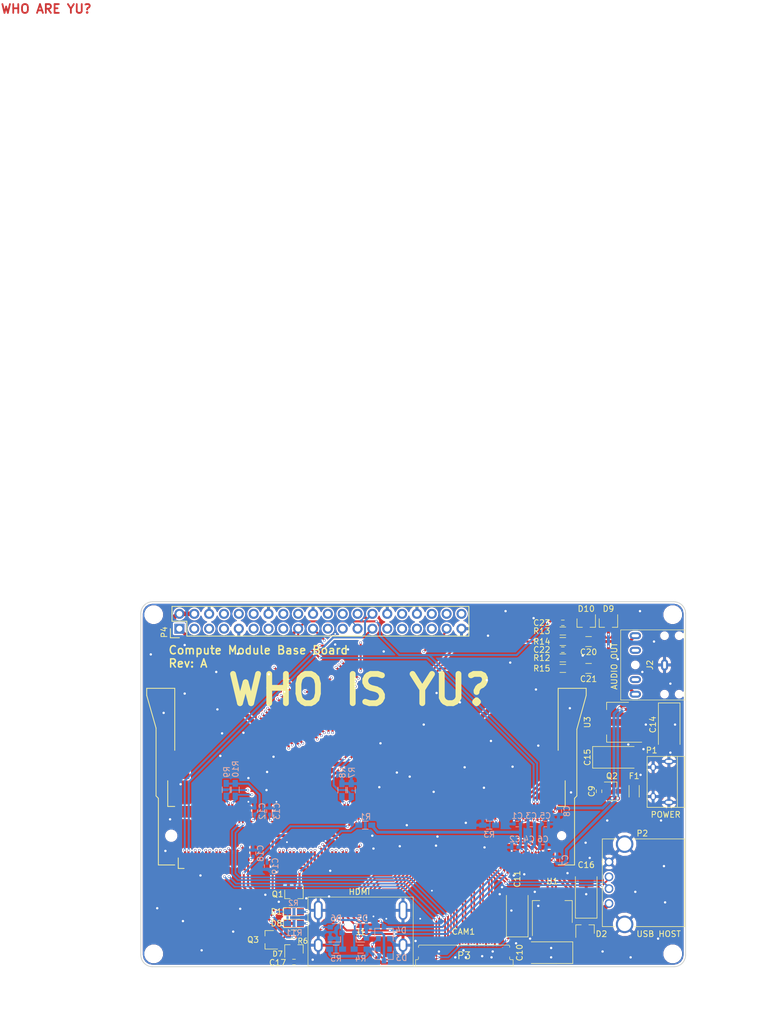
<source format=kicad_pcb>
(kicad_pcb (version 20241229) (generator "pcbnew") (generator_version "9.0")
  (layers (0 "F.Cu" signal) (4 "In1.Cu" power) (6 "In2.Cu" mixed) (2 "B.Cu" signal) (13 "F.Paste" user) (15 "B.Paste" user) (5 "F.SilkS" user "F.Silkscreen") (7 "B.SilkS" user "B.Silkscreen") (1 "F.Mask" user) (3 "B.Mask" user) (25 "Edge.Cuts" user))
  (net 0 "")
  (net 1 "+1V8")
  (net 2 "GND")
  (net 3 "+3V3")
  (net 4 "+5V")
  (net 5 "Net-(C16-Pad1)")
  (net 6 "Net-(C17-Pad1)")
  (net 7 "Net-(D1-Pad2)")
  (net 8 "Net-(D1-Pad1)")
  (net 9 "Net-(D2-Pad2)")
  (net 10 "Net-(D3-Pad2)")
  (net 11 "HDMI_CEC")
  (net 12 "HDMI_SCL")
  (net 13 "HDMI_SDA")
  (net 14 "Net-(D7-Pad3)")
  (net 15 "Net-(F1-Pad1)")
  (net 16 "Net-(F1-Pad2)")
  (net 17 "HDMI_D2_P")
  (net 18 "HDMI_D2_N")
  (net 19 "HDMI_D1_P")
  (net 20 "HDMI_D1_N")
  (net 21 "HDMI_D0_P")
  (net 22 "HDMI_D0_N")
  (net 23 "HDMI_CLK_P")
  (net 24 "HDMI_CLK_N")
  (net 25 "Net-(J1-Pad14)")
  (net 26 "Net-(MD1-Pad2)")
  (net 27 "CD1_SDA")
  (net 28 "Net-(MD1-Pad4)")
  (net 29 "CD1_SCL")
  (net 30 "Net-(MD1-Pad6)")
  (net 31 "CAM1_IO1")
  (net 32 "Net-(MD1-Pad10)")
  (net 33 "CAM1_IO0")
  (net 34 "Net-(MD1-Pad12)")
  (net 35 "Net-(MD1-Pad16)")
  (net 36 "Net-(MD1-Pad18)")
  (net 37 "Net-(MD1-Pad22)")
  (net 38 "Net-(MD1-Pad24)")
  (net 39 "Net-(MD1-Pad46)")
  (net 40 "Net-(MD1-Pad48)")
  (net 41 "Net-(MD1-Pad52)")
  (net 42 "Net-(MD1-Pad54)")
  (net 43 "Net-(MD1-Pad58)")
  (net 44 "Net-(MD1-Pad60)")
  (net 45 "Net-(MD1-Pad64)")
  (net 46 "Net-(MD1-Pad66)")
  (net 47 "Net-(MD1-Pad72)")
  (net 48 "Net-(MD1-Pad76)")
  (net 49 "Net-(MD1-Pad78)")
  (net 50 "HDMI_HPD_N_1V8")
  (net 51 "EMMC_EN_N_1V8")
  (net 52 "Net-(MD1-Pad93)")
  (net 53 "Net-(MD1-Pad94)")
  (net 54 "Net-(MD1-Pad95)")
  (net 55 "Net-(MD1-Pad96)")
  (net 56 "Net-(MD1-Pad99)")
  (net 57 "Net-(MD1-Pad100)")
  (net 58 "Net-(MD1-Pad101)")
  (net 59 "Net-(MD1-Pad102)")
  (net 60 "Net-(MD1-Pad105)")
  (net 61 "Net-(MD1-Pad106)")
  (net 62 "Net-(MD1-Pad107)")
  (net 63 "Net-(MD1-Pad108)")
  (net 64 "Net-(MD1-Pad112)")
  (net 65 "Net-(MD1-Pad114)")
  (net 66 "Net-(MD1-Pad118)")
  (net 67 "Net-(MD1-Pad120)")
  (net 68 "Net-(MD1-Pad124)")
  (net 69 "Net-(MD1-Pad126)")
  (net 70 "Net-(MD1-Pad128)")
  (net 71 "Net-(MD1-Pad130)")
  (net 72 "Net-(MD1-Pad132)")
  (net 73 "Net-(MD1-Pad136)")
  (net 74 "Net-(MD1-Pad138)")
  (net 75 "Net-(MD1-Pad142)")
  (net 76 "Net-(MD1-Pad144)")
  (net 77 "Net-(MD1-Pad148)")
  (net 78 "Net-(MD1-Pad150)")
  (net 79 "Net-(MD1-Pad154)")
  (net 80 "Net-(MD1-Pad156)")
  (net 81 "Net-(MD1-Pad158)")
  (net 82 "Net-(MD1-Pad160)")
  (net 83 "Net-(MD1-Pad162)")
  (net 84 "Net-(MD1-Pad166)")
  (net 85 "USB_OTGID")
  (net 86 "Net-(MD1-Pad172)")
  (net 87 "Net-(MD1-Pad174)")
  (net 88 "Net-(MD1-Pad176)")
  (net 89 "Net-(MD1-Pad177)")
  (net 90 "Net-(MD1-Pad178)")
  (net 91 "Net-(MD1-Pad179)")
  (net 92 "Net-(MD1-Pad180)")
  (net 93 "Net-(P1-Pad2)")
  (net 94 "Net-(P1-Pad3)")
  (net 95 "Net-(P1-Pad4)")
  (net 96 "Net-(Q3-Pad3)")
  (net 97 "CAM1_D3_P")
  (net 98 "CAM1_D3_N")
  (net 99 "CAM1_D2_P")
  (net 100 "CAM1_D2_N")
  (net 101 "CAM1_C_P")
  (net 102 "CAM1_C_N")
  (net 103 "CAM1_D1_P")
  (net 104 "CAM1_D1_N")
  (net 105 "CAM1_D0_P")
  (net 106 "CAM1_D0_N")
  (net 107 "USB_D_P")
  (net 108 "USB_D_N")
  (net 109 "GPIO44")
  (net 110 "GPIO45")
  (net 111 "GPIO2")
  (net 112 "GPIO3")
  (net 113 "GPIO4")
  (net 114 "GPIO5")
  (net 115 "GPIO6")
  (net 116 "GPIO7")
  (net 117 "GPIO8")
  (net 118 "GPIO9")
  (net 119 "GPIO10")
  (net 120 "GPIO11")
  (net 121 "GPIO12")
  (net 122 "GPIO13")
  (net 123 "GPIO14")
  (net 124 "GPIO15")
  (net 125 "GPIO16")
  (net 126 "GPIO17")
  (net 127 "GPIO18")
  (net 128 "GPIO19")
  (net 129 "GPIO20")
  (net 130 "GPIO21")
  (net 131 "GPIO22")
  (net 132 "GPIO23")
  (net 133 "GPIO24")
  (net 134 "GPIO25")
  (net 135 "GPIO26")
  (net 136 "GPIO27")
  (net 137 "GPIO0")
  (net 138 "GPIO1")
  (net 139 "Net-(D8-Pad2)")
  (net 140 "Net-(C20-Pad1)")
  (net 141 "Net-(C20-Pad2)")
  (net 142 "Net-(C21-Pad1)")
  (net 143 "Net-(C21-Pad2)")
  (net 144 "GPIO40")
  (net 145 "Net-(J2-Pad4)")
  (net 146 "Net-(J2-Pad3)")
  (footprint "Capacitors_Tantalum_SMD:CP_Tantalum_Case-C_EIA-6032-28_Reflow" (layer "F.Cu") (at 157.4 104 180)
    (property "Reference" "C10")
    (property "Value" "10uF")
  )
  (footprint "Capacitors_Tantalum_SMD:CP_Tantalum_Case-C_EIA-6032-28_Reflow" (layer "F.Cu") (at 152 97.2 90)
    (property "Reference" "C11")
    (property "Value" "10uF")
  )
  (footprint "Capacitors_Tantalum_SMD:CP_Tantalum_Case-C_EIA-6032-28_Reflow" (layer "F.Cu") (at 178 65.4 -90)
    (property "Reference" "C14")
    (property "Value" "10uF")
  )
  (footprint "Capacitors_Tantalum_SMD:CP_Tantalum_Case-C_EIA-6032-28_Reflow" (layer "F.Cu") (at 169 70.6)
    (property "Reference" "C15")
    (property "Value" "10uF")
  )
  (footprint "Capacitors_Tantalum_SMD:CP_Tantalum_Case-C_EIA-6032-28_Reflow" (layer "F.Cu") (at 163.8 94 90)
    (property "Reference" "C16")
    (property "Value" "10uF")
  )
  (footprint "LEDs:LED_0805" (layer "F.Cu") (at 113.8 97)
    (property "Reference" "D1")
    (property "Value" "GREEN LED")
  )
  (footprint "TO_SOT_Packages_SMD:SOT-23" (layer "F.Cu") (at 163.6 100 90)
    (property "Reference" "D2")
    (property "Value" "BAT54")
  )
  (footprint "TO_SOT_Packages_SMD:SOT-23" (layer "F.Cu") (at 113.8 103.4 90)
    (property "Reference" "D7")
    (property "Value" "BAV99")
  )
  (footprint "Connectors:USB_Micro-B" (layer "F.Cu") (at 176.6 74.8 90)
    (property "Reference" "P1")
    (property "Value" "POWER")
  )
  (footprint "Connectors:USB_A" (layer "F.Cu") (at 167.7 95.6 90)
    (property "Reference" "P2")
    (property "Value" "HOST")
  )
  (footprint "ffc_conn:FPC_22" (layer "F.Cu") (at 142.9 102)
    (property "Reference" "P3")
    (property "Value" "CAM1" (hide yes))
  )
  (footprint "TO_SOT_Packages_SMD:SOT-23" (layer "F.Cu") (at 113.8 94 -90)
    (property "Reference" "Q1")
    (property "Value" "2N7002P.215")
  )
  (footprint "TO_SOT_Packages_SMD:SOT-23" (layer "F.Cu") (at 168.3 76.4)
    (property "Reference" "Q2")
    (property "Value" "DMP3056L-7")
  )
  (footprint "TO_SOT_Packages_SMD:SOT-23" (layer "F.Cu") (at 109.6 101.8 180)
    (property "Reference" "Q3")
    (property "Value" "2N7002P.215")
  )
  (footprint "Resistors_SMD:R_0603_HandSoldering" (layer "F.Cu") (at 113.8 100.8 180)
    (property "Reference" "R6")
    (property "Value" "100K")
  )
  (footprint "TO_SOT_Packages_SMD:SOT-223-3_TabPin2" (layer "F.Cu") (at 158 97 90)
    (property "Reference" "U1")
    (property "Value" "REG1117-3.3")
  )
  (footprint "TO_SOT_Packages_SMD:SOT-223-3_TabPin2" (layer "F.Cu") (at 169.2 64.6 180)
    (property "Reference" "U3")
    (property "Value" "REG1117A-1.8")
  )
  (footprint "HDMI_MOLEX:HDMI_MOLEX_471510001" (layer "F.Cu") (at 125.2 96)
    (property "Reference" "J1")
    (property "Value" "2001-1-2-21-00-BK")
  )
  (footprint "Capacitors_SMD:C_0402" (layer "F.Cu") (at 113.8 105.6 180)
    (property "Reference" "C17")
    (property "Value" "100nF")
  )
  (footprint "Polyfuse_Bourns_MF-PSML:Polyfuse_0805" (layer "F.Cu") (at 172 76.4 -90)
    (property "Reference" "F1")
    (property "Value" "2A 6V")
  )
  (footprint "Mounting_Holes:MountingHole_2.7mm_M2.5_ISO14580" (layer "F.Cu") (at 89.8 104.2)
    (property "Reference" "REF**" (hide yes))
    (property "Value" "MountingHole_2.7mm_M2.5_ISO14580")
  )
  (footprint "Mounting_Holes:MountingHole_2.7mm_M2.5_ISO14580" (layer "F.Cu") (at 178.6 104.2)
    (property "Reference" "REF**" (hide yes))
    (property "Value" "MountingHole_2.7mm_M2.5_ISO14580")
  )
  (footprint "Mounting_Holes:MountingHole_2.7mm_M2.5_ISO14580" (layer "F.Cu") (at 178.6 46.2)
    (property "Reference" "REF**" (hide yes))
    (property "Value" "MountingHole_2.7mm_M2.5_ISO14580")
  )
  (footprint "Mounting_Holes:MountingHole_2.7mm_M2.5_ISO14580" (layer "F.Cu") (at 89.8 46.2)
    (property "Reference" "REF**" (hide yes))
    (property "Value" "MountingHole_2.7mm_M2.5_ISO14580")
  )
  (footprint "Pin_Headers:Pin_Header_Straight_2x20" (layer "F.Cu") (at 94.2 48.6 90)
    (property "Reference" "P4")
    (property "Value" "CONN_02X20")
  )
  (footprint "LEDs:LED_0805" (layer "F.Cu") (at 113.8 99)
    (property "Reference" "D8")
    (property "Value" "RED LED")
  )
  (footprint "Capacitors_SMD:C_0805" (layer "F.Cu") (at 164.2 50.8)
    (property "Reference" "C20")
    (property "Value" "10uF")
  )
  (footprint "Capacitors_SMD:C_0805" (layer "F.Cu") (at 164.2 55.4)
    (property "Reference" "C21")
    (property "Value" "10uF")
  )
  (footprint "Capacitors_SMD:C_0402" (layer "F.Cu") (at 159.8 52.2 180)
    (property "Reference" "C22")
    (property "Value" "33nF")
  )
  (footprint "Capacitors_SMD:C_0402" (layer "F.Cu") (at 159.8 47.6 180)
    (property "Reference" "C23")
    (property "Value" "33nF")
  )
  (footprint "TO_SOT_Packages_SMD:SOT-23" (layer "F.Cu") (at 167.6 47.6 -90)
    (property "Reference" "D9")
    (property "Value" "BAV99")
  )
  (footprint "TO_SOT_Packages_SMD:SOT-23" (layer "F.Cu") (at 163.8 47.6 -90)
    (property "Reference" "D10")
    (property "Value" "BAV99")
  )
  (footprint "Resistors_SMD:R_0603_HandSoldering" (layer "F.Cu") (at 159.8 53.6 180)
    (property "Reference" "R12")
    (property "Value" "150R")
  )
  (footprint "Resistors_SMD:R_0603_HandSoldering" (layer "F.Cu") (at 159.8 49 180)
    (property "Reference" "R13")
    (property "Value" "150R")
  )
  (footprint "Resistors_SMD:R_0603_HandSoldering" (layer "F.Cu") (at 159.8 50.8)
    (property "Reference" "R14")
    (property "Value" "270R")
  )
  (footprint "Resistors_SMD:R_0603_HandSoldering" (layer "F.Cu") (at 159.8 55.4)
    (property "Reference" "R15")
    (property "Value" "270R")
  )
  (footprint "jc-128:JC-128" (layer "F.Cu") (at 177.2 54.8 -90)
    (property "Reference" "J2")
    (property "Value" "JC-128")
  )
  (footprint "Capacitors_SMD:C_0402" (layer "F.Cu") (at 166 76.4 90)
    (property "Reference" "C9")
    (property "Value" "100nF")
  )
  (footprint "Conn_TE-DDR2-SODIMM:Conn_TE-DDR2-SODIMM-0.6-200P-doublesided" (layer "F.Cu") (at 126.2 84 90)
    (property "Reference" "MD1")
    (property "Value" "Board_RPi_CM3_200pConnector_multipart")
  )
  (footprint "TO_SOT_Packages_SMD:SOT-23" (layer "B.Cu") (at 129.2 104.4 -90)
    (property "Reference" "D3")
    (property "Value" "BAT54")
  )
  (footprint "TO_SOT_Packages_SMD:SOT-23" (layer "B.Cu") (at 129.2 100.6 90)
    (property "Reference" "D4")
    (property "Value" "BAV99")
  )
  (footprint "TO_SOT_Packages_SMD:SOT-23" (layer "B.Cu") (at 125.2 100.6 180)
    (property "Reference" "D5")
    (property "Value" "BAV99")
  )
  (footprint "TO_SOT_Packages_SMD:SOT-23" (layer "B.Cu") (at 121 100.6)
    (property "Reference" "D6")
    (property "Value" "BAV99")
  )
  (footprint "Resistors_SMD:R_0603_HandSoldering" (layer "B.Cu") (at 126 82.2 180)
    (property "Reference" "R1")
    (property "Value" "100K")
  )
  (footprint "Resistors_SMD:R_0603_HandSoldering" (layer "B.Cu") (at 113.8 97)
    (property "Reference" "R2")
    (property "Value" "1K")
  )
  (footprint "Resistors_SMD:R_0603_HandSoldering" (layer "B.Cu") (at 147.2 82.2 180)
    (property "Reference" "R3")
    (property "Value" "1K")
  )
  (footprint "Resistors_SMD:R_0603_HandSoldering" (layer "B.Cu") (at 125.2 103.4 180)
    (property "Reference" "R4")
    (property "Value" "1.8K")
  )
  (footprint "Resistors_SMD:R_0603_HandSoldering" (layer "B.Cu") (at 121 103.4)
    (property "Reference" "R5")
    (property "Value" "1.8K")
  )
  (footprint "Capacitors_SMD:C_0402" (layer "B.Cu") (at 152 82 180)
    (property "Reference" "C1")
    (property "Value" "100nF")
  )
  (footprint "Capacitors_SMD:C_0402" (layer "B.Cu") (at 151.6 86 180)
    (property "Reference" "C2")
    (property "Value" "100nF")
  )
  (footprint "Capacitors_SMD:C_0402" (layer "B.Cu") (at 154.4 82 180)
    (property "Reference" "C3")
    (property "Value" "100nF")
  )
  (footprint "Capacitors_SMD:C_0402" (layer "B.Cu") (at 154 86 180)
    (property "Reference" "C4")
    (property "Value" "100nF")
  )
  (footprint "Capacitors_SMD:C_0402" (layer "B.Cu") (at 156.8 82)
    (property "Reference" "C5")
    (property "Value" "100nF")
  )
  (footprint "Capacitors_SMD:C_0402" (layer "B.Cu") (at 156.4 86)
    (property "Reference" "C6")
    (property "Value" "100nF")
  )
  (footprint "Capacitors_SMD:C_0402" (layer "B.Cu") (at 158.8 88.2 90)
    (property "Reference" "C7")
    (property "Value" "100nF")
  )
  (footprint "Capacitors_SMD:C_0402" (layer "B.Cu") (at 159.1 79.8 -90)
    (property "Reference" "C8")
    (property "Value" "100nF")
  )
  (footprint "Capacitors_SMD:C_0402" (layer "B.Cu") (at 107.1 79.8 90)
    (property "Reference" "C12")
    (property "Value" "100nF")
  )
  (footprint "Capacitors_SMD:C_0402" (layer "B.Cu") (at 109.6 79.8 90)
    (property "Reference" "C13")
    (property "Value" "100nF")
  )
  (footprint "Capacitors_SMD:C_0402" (layer "B.Cu") (at 106.8 87 90)
    (property "Reference" "C18")
    (property "Value" "100nF")
  )
  (footprint "Capacitors_SMD:C_0402" (layer "B.Cu") (at 109.2 89.2 -90)
    (property "Reference" "C19")
    (property "Value" "100nF")
  )
  (footprint "Resistors_SMD:R_0603_HandSoldering" (layer "B.Cu") (at 123.6 76.2 90)
    (property "Reference" "R7")
    (property "Value" "100K")
  )
  (footprint "Resistors_SMD:R_0603_HandSoldering" (layer "B.Cu") (at 122 76.2 90)
    (property "Reference" "R8")
    (property "Value" "100K")
  )
  (footprint "Resistors_SMD:R_0603_HandSoldering" (layer "B.Cu") (at 102.2 76.15 -90)
    (property "Reference" "R9")
    (property "Value" "1.8K")
  )
  (footprint "Resistors_SMD:R_0603_HandSoldering" (layer "B.Cu") (at 103.75 76.15 -90)
    (property "Reference" "R10")
    (property "Value" "1.8K")
  )
  (footprint "Resistors_SMD:R_0603_HandSoldering" (layer "B.Cu") (at 113.8 99)
    (property "Reference" "R11")
    (property "Value" "1K")
  )
  (gr_arc (start 87.6 46) (mid 88.185786 44.585786) (end 89.6 44) (stroke (width 0.15)) (layer "Edge.Cuts"))
  (gr_arc (start 89.6 106.4) (mid 88.185786 105.814214) (end 87.6 104.4) (stroke (width 0.15)) (layer "Edge.Cuts"))
  (gr_arc (start 178.8 44) (mid 180.214214 44.585786) (end 180.8 46) (stroke (width 0.15)) (layer "Edge.Cuts"))
  (gr_line (start 180.8 46) (end 180.8 104.4) (stroke (width 0.15)) (layer "Edge.Cuts"))
  (gr_arc (start 180.8 104.4) (mid 180.214214 105.814214) (end 178.8 106.4) (stroke (width 0.15)) (layer "Edge.Cuts"))
  (gr_line (start 89.6 44) (end 178.8 44) (stroke (width 0.15)) (layer "Edge.Cuts"))
  (gr_line (start 87.6 104.4) (end 87.6 46) (stroke (width 0.15)) (layer "Edge.Cuts"))
  (gr_line (start 178.8 106.4) (end 89.6 106.4) (stroke (width 0.15)) (layer "Edge.Cuts"))
  (gr_text "WHO ARE YU?" (at 63.5 -56.5 0) (layer "F.Cu") (effects (font (size 1.5 1.5) (thickness 0.3) (bold yes)) (justify left bottom)))
  (gr_text "USB HOST" (at 176.2 100.8 0) (layer "F.SilkS") (effects (font (size 1 1))))
  (gr_text "CAM1" (at 142.8 100.4 0) (layer "F.SilkS") (effects (font (size 1 1))))
  (gr_text "POWER" (at 177.4 80.4 0) (layer "F.SilkS") (effects (font (size 1 1))))
  (gr_text "WHO IS YU?" (at 102 62 0) (layer "F.SilkS") (effects (font (size 5 5) (thickness 1) (bold yes)) (justify left bottom)))
  (gr_text "AUDIO OUT" (at 168.6 55 90) (layer "F.SilkS") (effects (font (size 1 1))))
  (gr_text "HDMI" (at 125 93.6 0) (layer "F.SilkS") (effects (font (size 1 1))))
  (gr_text "Compute Module Base Board\nRev: A" (at 92.2 53.4 0) (layer "F.SilkS") (effects (font (size 1.4 1.4) (thickness 0.25)) (justify left)))
  (segment (start 166.05 70.175) (end 166.475 70.6) (width 1.2) (layer "F.Cu") (net 1))
  (segment (start 165.45 65.2) (end 166.05 64.6) (width 0.35) (layer "F.Cu") (net 1))
  (segment (start 153.65 78.15) (end 156.2 75.6) (width 0.35) (layer "F.Cu") (net 1))
  (segment (start 156.2 75.6) (end 161.6 75.6) (width 0.35) (layer "F.Cu") (net 1))
  (segment (start 161.6 75.6) (end 166.475 70.725) (width 0.35) (layer "F.Cu") (net 1))
  (segment (start 166.475 70.725) (end 166.475 70.6) (width 0.35) (layer "F.Cu") (net 1))
  (segment (start 153.05 77.95) (end 156 75) (width 0.35) (layer "F.Cu") (net 1))
  (segment (start 156 75) (end 161.4 75) (width 0.35) (layer "F.Cu") (net 1))
  (segment (start 161.4 75) (end 165.8 70.6) (width 0.35) (layer "F.Cu") (net 1))
  (segment (start 165.8 70.6) (end 166.475 70.6) (width 0.35) (layer "F.Cu") (net 1))
  (segment (start 153.05 81.35) (end 153.05 79.900001) (width 0.35) (layer "F.Cu") (net 1))
  (segment (start 153.4 81.4) (end 153.65 81.15) (width 0.35) (layer "F.Cu") (net 1))
  (segment (start 153.65 81.15) (end 153.65 79.900001) (width 0.35) (layer "F.Cu") (net 1))
  (segment (start 153.35 87) (end 152.95 86.6) (width 0.35) (layer "F.Cu") (net 1))
  (segment (start 152.95 86.6) (end 152.75 86.6) (width 0.35) (layer "F.Cu") (net 1))
  (segment (start 152.8 86.6) (end 152.75 86.6) (width 0.35) (layer "F.Cu") (net 1))
  (segment (start 153.05 79.900001) (end 153.05 77.95) (width 0.35) (layer "F.Cu") (net 1))
  (segment (start 153.1 81.4) (end 153.4 81.4) (width 0.35) (layer "F.Cu") (net 1))
  (segment (start 153.1 81.4) (end 153.05 81.35) (width 0.35) (layer "F.Cu") (net 1))
  (segment (start 172.35 64.6) (end 166.05 64.6) (width 1.2) (layer "F.Cu") (net 1))
  (segment (start 152.75 86.6) (end 152.75 88.1) (width 0.35) (layer "F.Cu") (net 1))
  (segment (start 153.65 79.900001) (end 153.65 78.15) (width 0.35) (layer "F.Cu") (net 1))
  (segment (start 153.35 88.1) (end 153.35 87) (width 0.35) (layer "F.Cu") (net 1))
  (segment (start 166.05 64.6) (end 166.05 70.175) (width 1.2) (layer "F.Cu") (net 1))
  (via (at 152.8 86.6) (size 0.45) (drill 0.3) (layers "F.Cu" "B.Cu") (net 1))
  (via (at 153.1 81.4) (size 0.45) (drill 0.3) (layers "F.Cu" "B.Cu") (net 1))
  (segment (start 152.2 86) (end 152.15 86) (width 0.35) (layer "B.Cu") (net 1))
  (segment (start 152.55 85.6) (end 152.15 86) (width 0.5) (layer "B.Cu") (net 1))
  (segment (start 152.55 83.8) (end 152.55 85.6) (width 0.5) (layer "B.Cu") (net 1))
  (segment (start 128.1 83.4) (end 152.55 83.4) (width 0.5) (layer "B.Cu") (net 1))
  (segment (start 152.55 83.4) (end 152.55 83.8) (width 0.5) (layer "B.Cu") (net 1))
  (segment (start 152.55 81.95) (end 153.1 81.4) (width 0.35) (layer "B.Cu") (net 1))
  (segment (start 152.45 86) (end 152.8 86.35) (width 0.35) (layer "B.Cu") (net 1))
  (segment (start 152.8 86.35) (end 152.8 86.6) (width 0.35) (layer "B.Cu") (net 1))
  (segment (start 152.15 86) (end 152.45 86) (width 0.35) (layer "B.Cu") (net 1))
  (segment (start 152.55 82) (end 152.55 83.4) (width 0.5) (layer "B.Cu") (net 1))
  (segment (start 152.55 82) (end 152.55 81.95) (width 0.35) (layer "B.Cu") (net 1))
  (segment (start 127.1 82.2) (end 128.1 83.4) (width 0.5) (layer "B.Cu") (net 1))
  (segment (start 156.4 86.6) (end 156.35 86.65) (width 0.35) (layer "F.Cu") (net 2))
  (segment (start 156.35 86.65) (end 156.35 88.1) (width 0.35) (layer "F.Cu") (net 2))
  (segment (start 153.95 86.75) (end 153.8 86.6) (width 0.35) (layer "F.Cu") (net 2))
  (segment (start 151.05 86.6) (end 152 86.6) (width 0.35) (layer "F.Cu") (net 2))
  (segment (start 152 86.6) (end 152.15 86.75) (width 0.35) (layer "F.Cu") (net 2))
  (segment (start 152.15 86.75) (end 152.15 88.1) (width 0.35) (layer "F.Cu") (net 2))
  (segment (start 151.65 81.4) (end 151.45 81.4) (width 0.35) (layer "F.Cu") (net 2))
  (segment (start 148.15 103.45) (end 147.8 103.8) (width 0.3) (layer "F.Cu") (net 2))
  (segment (start 145.15 103.75) (end 146 104.6) (width 0.3) (layer "F.Cu") (net 2))
  (segment (start 143.65 102.75) (end 142.8 103.6) (width 0.3) (layer "F.Cu") (net 2))
  (segment (start 140.65 104.05) (end 141.4 104.8) (width 0.3) (layer "F.Cu") (net 2))
  (segment (start 139.15 103.25) (end 138.6 103.8) (width 0.3) (layer "F.Cu") (net 2))
  (segment (start 142.15 103.75) (end 143.2 104.8) (width 0.3) (layer "F.Cu") (net 2))
  (segment (start 146.65 103.85) (end 147.6 104.8) (width 0.3) (layer "F.Cu") (net 2))
  (segment (start 129.2 97.8) (end 129.6 98.2) (width 0.3) (layer "F.Cu") (net 2))
  (segment (start 124.7 97.5) (end 125.2 98) (width 0.3) (layer "F.Cu") (net 2))
  (segment (start 127.7 97.5) (end 127.4 97.8) (width 0.3) (layer "F.Cu") (net 2))
  (segment (start 99.95 93.45) (end 94.8 98.6) (width 0.2) (layer "F.Cu") (net 2))
  (segment (start 99.95 96.95) (end 101.2 98.2) (width 0.2) (layer "F.Cu") (net 2))
  (segment (start 101.2 98.2) (end 103.4 100.4) (width 0.2) (layer "F.Cu") (net 2))
  (segment (start 98 101.4) (end 98 103.6) (width 0.2) (layer "F.Cu") (net 2))
  (segment (start 148.85 74.55) (end 151.2 72.2) (width 0.2) (layer "F.Cu") (net 2))
  (segment (start 137.75 86.05) (end 138.1 85.7) (width 0.2) (layer "F.Cu") (net 2))
  (segment (start 146.75 86.35) (end 146.4 86) (width 0.2) (layer "F.Cu") (net 2))
  (segment (start 94.55 92.25) (end 90.4 96.4) (width 0.2) (layer "F.Cu") (net 2))
  (segment (start 117.95 104.25) (end 117 105.2) (width 0.2) (layer "F.Cu") (net 2))
  (segment (start 137.75 93.05) (end 137.4 93.4) (width 0.2) (layer "F.Cu") (net 2))
  (segment (start 133.96 96.76) (end 135.4 98.2) (width 0.2) (layer "F.Cu") (net 2))
  (segment (start 172.2 87.27) (end 172.2 93.6) (width 0.2) (layer "F.Cu") (net 2))
  (segment (start 152.15 89.55) (end 153.2 90.6) (width 0.2) (layer "F.Cu") (net 2))
  (segment (start 153.4 104) (end 151.8 102.4) (width 0.2) (layer "F.Cu") (net 2))
  (segment (start 119.75 89.75) (end 120 90) (width 0.2) (layer "F.Cu") (net 2))
  (segment (start 178 66) (end 179 65) (width 0.2) (layer "F.Cu") (net 2))
  (segment (start 172.35 67.95) (end 173.6 69.2) (width 0.2) (layer "F.Cu") (net 2))
  (segment (start 152.45 61.75) (end 155.2 59) (width 0.2) (layer "F.Cu") (net 2))
  (segment (start 93.3 88.1) (end 91.8 86.6) (width 0.2) (layer "F.Cu") (net 2))
  (segment (start 156.65 78.35) (end 158.4 76.6) (width 0.2) (layer "F.Cu") (net 2))
  (segment (start 158.4 76.6) (end 161.2 76.6) (width 0.2) (layer "F.Cu") (net 2))
  (segment (start 152.45 71.75) (end 155.6 68.6) (width 0.2) (layer "F.Cu") (net 2))
  (segment (start 152.45 67.6) (end 152.45 61.75) (width 0.2) (layer "F.Cu") (net 2))
  (segment (start 157.85 62.2) (end 161 62.2) (width 0.2) (layer "F.Cu") (net 2))
  (segment (start 167.4 82.47) (end 167.4 81.4) (width 0.2) (layer "F.Cu") (net 2))
  (segment (start 174.41 81.4) (end 176.6 81.4) (width 0.2) (layer "F.Cu") (net 2))
  (segment (start 121.7 94.2) (end 121.5 94) (width 0.2) (layer "F.Cu") (net 2))
  (segment (start 121.5 94) (end 120.2 94) (width 0.2) (layer "F.Cu") (net 2))
  (segment (start 120.2 94) (end 119.8 94.4) (width 0.2) (layer "F.Cu") (net 2))
  (segment (start 117.95 94.25) (end 117.7 94) (width 0.2) (layer "F.Cu") (net 2))
  (segment (start 117.7 94) (end 116.6 94) (width 0.2) (layer "F.Cu") (net 2))
  (segment (start 116.6 94) (end 115.9 94.7) (width 0.2) (layer "F.Cu") (net 2))
  (segment (start 172.165 87.235) (end 172.2 87.27) (width 0.2) (layer "F.Cu") (net 2))
  (segment (start 175.135 87.235) (end 177.1 89.2) (width 0.2) (layer "F.Cu") (net 2))
  (segment (start 170.36 85.44) (end 168.9 86.9) (width 0.2) (layer "F.Cu") (net 2))
  (segment (start 168.9 86.9) (end 165.4 86.9) (width 0.2) (layer "F.Cu") (net 2))
  (segment (start 165.4 86.9) (end 163.7 85.2) (width 0.2) (layer "F.Cu") (net 2))
  (segment (start 170.37 99.13) (end 174.1 95.4) (width 0.2) (layer "F.Cu") (net 2))
  (segment (start 174.1 95.4) (end 177.3 95.4) (width 0.2) (layer "F.Cu") (net 2))
  (segment (start 170.37 99.17) (end 172.8 101.6) (width 0.2) (layer "F.Cu") (net 2))
  (segment (start 172.8 101.6) (end 176.1 101.6) (width 0.2) (layer "F.Cu") (net 2))
  (segment (start 170.34 99.16) (end 166.6 102.9) (width 0.2) (layer "F.Cu") (net 2))
  (segment (start 166.6 102.9) (end 166.6 103.8) (width 0.2) (layer "F.Cu") (net 2))
  (segment (start 110.8 78.2) (end 111.05 78.45) (width 0.25) (layer "F.Cu") (net 2))
  (segment (start 111.05 78.45) (end 111.05 79.900001) (width 0.25) (layer "F.Cu") (net 2))
  (segment (start 152.45 81.1) (end 152.15 81.4) (width 0.35) (layer "F.Cu") (net 2))
  (segment (start 152.15 81.4) (end 151.45 81.4) (width 0.35) (layer "F.Cu") (net 2))
  (segment (start 156.65 81.15) (end 156.9 81.4) (width 0.35) (layer "F.Cu") (net 2))
  (segment (start 156.9 81.4) (end 157.35 81.4) (width 0.35) (layer "F.Cu") (net 2))
  (segment (start 175.325 67.925) (end 174.3 66.9) (width 1.2) (layer "F.Cu") (net 2))
  (segment (start 174.3 66.9) (end 172.35 66.9) (width 1.2) (layer "F.Cu") (net 2))
  (segment (start 154.875 102.725) (end 155.7 101.9) (width 1.2) (layer "F.Cu") (net 2))
  (segment (start 155.7 101.9) (end 155.7 100.15) (width 1.2) (layer "F.Cu") (net 2))
  (segment (start 149.675 94.675) (end 149 94) (width 0.2) (layer "F.Cu") (net 2))
  (segment (start 153.925 94.675) (end 155 93.6) (width 0.2) (layer "F.Cu") (net 2))
  (segment (start 152 96.2) (end 151.4 96.8) (width 0.2) (layer "F.Cu") (net 2))
  (segment (start 151.4 96.8) (end 151 96.8) (width 0.2) (layer "F.Cu") (net 2))
  (segment (start 152 93) (end 151.8 92.8) (width 0.2) (layer "F.Cu") (net 2))
  (segment (start 151.8 92.8) (end 149.4 92.8) (width 0.2) (layer "F.Cu") (net 2))
  (segment (start 152 91.4) (end 151.4 90.8) (width 0.2) (layer "F.Cu") (net 2))
  (segment (start 154.275 94.675) (end 155.6 96) (width 0.2) (layer "F.Cu") (net 2))
  (segment (start 163.8 88.4) (end 164.4 87.8) (width 0.2) (layer "F.Cu") (net 2))
  (segment (start 161.675 91.475) (end 160.6 90.4) (width 0.2) (layer "F.Cu") (net 2))
  (segment (start 171.525 68.925) (end 171 68.4) (width 0.2) (layer "F.Cu") (net 2))
  (segment (start 178 69.6) (end 178.2 69.8) (width 0.2) (layer "F.Cu") (net 2))
  (segment (start 178 66) (end 177 65) (width 0.2) (layer "F.Cu") (net 2))
  (segment (start 177 65) (end 174 65) (width 0.2) (layer "F.Cu") (net 2))
  (segment (start 157 104) (end 157.8 104.8) (width 0.2) (layer "F.Cu") (net 2))
  (segment (start 157 104) (end 157.8 103.2) (width 0.2) (layer "F.Cu") (net 2))
  (segment (start 154.875 102.275) (end 154.2 101.6) (width 0.2) (layer "F.Cu") (net 2))
  (segment (start 123.65 81.000464) (end 122.900464 81.75) (width 0.35) (layer "F.Cu") (net 2))
  (segment (start 122.900464 81.75) (end 122.2 81.75) (width 0.35) (layer "F.Cu") (net 2))
  (segment (start 122.2 81.75) (end 121.85 81.4) (width 0.35) (layer "F.Cu") (net 2))
  (segment (start 121.85 81.4) (end 121.85 79.900001) (width 0.35) (layer "F.Cu") (net 2))
  (segment (start 119.75 85.45) (end 119.2 84.9) (width 0.2) (layer "F.Cu") (net 2))
  (segment (start 112.55 85.15) (end 112.6 85.1) (width 0.2) (layer "F.Cu") (net 2))
  (segment (start 112.85 93.65) (end 111.2 95.3) (width 0.2) (layer "F.Cu") (net 2))
  (segment (start 132.65 81.75) (end 133.1 82.2) (width 0.2) (layer "F.Cu") (net 2))
  (segment (start 129.05 83.05) (end 128.1 84) (width 0.2) (layer "F.Cu") (net 2))
  (segment (start 132.35 86.25) (end 131.9 85.8) (width 0.2) (layer "F.Cu") (net 2))
  (segment (start 126.95 86.65) (end 127.4 86.2) (width 0.2) (layer "F.Cu") (net 2))
  (segment (start 143.45 81.55) (end 143.2 81.8) (width 0.2) (layer "F.Cu") (net 2))
  (segment (start 147.05 76.55) (end 146.3 75.8) (width 0.2) (layer "F.Cu") (net 2))
  (segment (start 141.65 73.65) (end 143 72.3) (width 0.2) (layer "F.Cu") (net 2))
  (segment (start 138.05 76.85) (end 137.7 76.5) (width 0.2) (layer "F.Cu") (net 2))
  (segment (start 134.45 74.75) (end 133.6 73.9) (width 0.2) (layer "F.Cu") (net 2))
  (segment (start 127.25 76.85) (end 128.4 75.7) (width 0.2) (layer "F.Cu") (net 2))
  (segment (start 148.85 69.15) (end 147.5 67.8) (width 0.2) (layer "F.Cu") (net 2))
  (segment (start 153 48.6) (end 154.8 46.8) (width 0.2) (layer "F.Cu") (net 2))
  (segment (start 148.6 48.6) (end 153 48.6) (width 0.2) (layer "F.Cu") (net 2))
  (segment (start 96.65 77.45) (end 94.4 75.2) (width 0.2) (layer "F.Cu") (net 2))
  (segment (start 91.5 55.2) (end 89.3 53) (width 0.2) (layer "F.Cu") (net 2))
  (segment (start 91.5 58.2) (end 91.5 55.2) (width 0.2) (layer "F.Cu") (net 2))
  (segment (start 93.6 58.2) (end 95.1 59.7) (width 0.2) (layer "F.Cu") (net 2))
  (segment (start 98.15 90.45) (end 97.8 90.8) (width 0.2) (layer "F.Cu") (net 2))
  (segment (start 94.55 83.15) (end 92.6 81.2) (width 0.2) (layer "F.Cu") (net 2))
  (segment (start 99.95 94.8) (end 99.95 96.95) (width 0.2) (layer "F.Cu") (net 2))
  (segment (start 102.9 94.8) (end 104.6 96.5) (width 0.2) (layer "F.Cu") (net 2))
  (segment (start 171.525 72.825) (end 172.3 73.6) (width 0.2) (layer "F.Cu") (net 2))
  (segment (start 172.3 73.6) (end 173.1 73.6) (width 0.2) (layer "F.Cu") (net 2))
  (segment (start 110.8 90.2) (end 110.75 90.15) (width 0.35) (layer "F.Cu") (net 2))
  (segment (start 110.75 90.15) (end 110.75 88.1) (width 0.35) (layer "F.Cu") (net 2))
  (segment (start 154.25 81.35) (end 154.25 79.900001) (width 0.35) (layer "F.Cu") (net 2))
  (segment (start 121.7 52.15) (end 123.05 52.15) (width 0.2) (layer "F.Cu") (net 2))
  (segment (start 105.65 78.55) (end 106 78.2) (width 0.3) (layer "F.Cu") (net 2))
  (segment (start 110.8 71) (end 110.3 70.5) (width 0.2) (layer "F.Cu") (net 2))
  (segment (start 110.8 74.7) (end 109.2 73.1) (width 0.2) (layer "F.Cu") (net 2))
  (segment (start 110.8 77.9) (end 109.1 76.2) (width 0.2) (layer "F.Cu") (net 2))
  (segment (start 106.45 70.35) (end 101.2 70.35) (width 0.2) (layer "F.Cu") (net 2))
  (segment (start 106.2 66.4) (end 105.15 66.4) (width 0.2) (layer "F.Cu") (net 2))
  (segment (start 107.05 74.15) (end 106 74.15) (width 0.2) (layer "F.Cu") (net 2))
  (segment (start 112.85 105.2) (end 113.25 105.6) (width 0.35) (layer "F.Cu") (net 2))
  (segment (start 139.85 82.65) (end 138.35 84.15) (width 0.2) (layer "F.Cu") (net 2))
  (segment (start 158.7 48.15) (end 159.25 47.6) (width 0.5) (layer "F.Cu") (net 2))
  (segment (start 158.7 52.75) (end 159.25 52.2) (width 0.5) (layer "F.Cu") (net 2))
  (segment (start 130.85 73.75) (end 131.4 73.2) (width 0.2) (layer "F.Cu") (net 2))
  (segment (start 140.4 57.4) (end 146.8 57.4) (width 0.2) (layer "F.Cu") (net 2))
  (segment (start 157.9 54.4) (end 150.8 54.4) (width 0.2) (layer "F.Cu") (net 2))
  (segment (start 157.9 49.8) (end 147 49.8) (width 0.2) (layer "F.Cu") (net 2))
  (segment (start 145.4 48.6) (end 148.6 48.6) (width 0.2) (layer "F.Cu") (net 2))
  (segment (start 148.4 45.6) (end 150 45.6) (width 0.2) (layer "F.Cu") (net 2))
  (segment (start 169.55 45.6) (end 173 45.6) (width 0.2) (layer "F.Cu") (net 2))
  (segment (start 177.2 52.6) (end 175.4 50.8) (width 0.2) (layer "F.Cu") (net 2))
  (segment (start 177.2 57) (end 178.2 58) (width 0.2) (layer "F.Cu") (net 2))
  (segment (start 174.6 54.8) (end 173.4 56) (width 0.2) (layer "F.Cu") (net 2))
  (segment (start 171.4 56) (end 169.2 53.8) (width 0.2) (layer "F.Cu") (net 2))
  (segment (start 166.4 75.45) (end 166 75.85) (width 0.5) (layer "F.Cu") (net 2))
  (segment (start 171.4 103) (end 171.4 104.8) (width 0.2) (layer "F.Cu") (net 2))
  (segment (start 94.55 88.1) (end 94.55 92.25) (width 0.2) (layer "F.Cu") (net 2))
  (segment (start 110.8 78.2) (end 110.8 71) (width 0.2) (layer "F.Cu") (net 2))
  (segment (start 121.7 96) (end 121.7 94.2) (width 0.2) (layer "F.Cu") (net 2))
  (segment (start 154.875 104) (end 154.875 103.075) (width 0.2) (layer "F.Cu") (net 2))
  (segment (start 98.15 88.1) (end 98.15 90.45) (width 0.2) (layer "F.Cu") (net 2))
  (segment (start 127.2 84) (end 128.1 84) (width 0.2) (layer "F.Cu") (net 2))
  (segment (start 152.45 79.900001) (end 152.45 67.6) (width 0.2) (layer "F.Cu") (net 2))
  (segment (start 112.55 88.1) (end 112.55 85.15) (width 0.2) (layer "F.Cu") (net 2))
  (segment (start 152 94.675) (end 153.925 94.675) (width 0.2) (layer "F.Cu") (net 2))
  (segment (start 137.75 88.1) (end 137.75 93.05) (width 0.2) (layer "F.Cu") (net 2))
  (segment (start 126.2 96) (end 126.2 97.95) (width 0.3) (layer "F.Cu") (net 2))
  (segment (start 154.875 104) (end 153.4 104) (width 0.2) (layer "F.Cu") (net 2))
  (segment (start 141.65 79.900001) (end 141.65 73.65) (width 0.2) (layer "F.Cu") (net 2))
  (segment (start 152 94.675) (end 152 95.8) (width 0.2) (layer "F.Cu") (net 2))
  (segment (start 171.525 70.6) (end 171.525 68.925) (width 0.2) (layer "F.Cu") (net 2))
  (segment (start 171.525 70.6) (end 171.525 71.725) (width 0.2) (layer "F.Cu") (net 2))
  (segment (start 132.45 96.76) (end 133.96 96.76) (width 0.2) (layer "F.Cu") (net 2))
  (segment (start 177.2 54.8) (end 177.2 57) (width 0.2) (layer "F.Cu") (net 2))
  (segment (start 178 67.925) (end 175.325 67.925) (width 1.2) (layer "F.Cu") (net 2))
  (segment (start 170.37 99.16) (end 170.37 99.17) (width 0.2) (layer "F.Cu") (net 2))
  (segment (start 91.5 58.2) (end 93.6 58.2) (width 0.2) (layer "F.Cu") (net 2))
  (segment (start 158.7 53.6) (end 158.7 52.75) (width 0.5) (layer "F.Cu") (net 2))
  (segment (start 145.4 48.6) (end 148.4 45.6) (width 0.2) (layer "F.Cu") (net 2))
  (segment (start 147.05 79.900001) (end 147.05 76.55) (width 0.2) (layer "F.Cu") (net 2))
  (segment (start 154.875 104) (end 154.875 102.725) (width 1.2) (layer "F.Cu") (net 2))
  (segment (start 101.2 98.2) (end 98 101.4) (width 0.2) (layer "F.Cu") (net 2))
  (segment (start 152 94.675) (end 152 93) (width 0.2) (layer "F.Cu") (net 2))
  (segment (start 119.75 88.1) (end 119.75 85.45) (width 0.2) (layer "F.Cu") (net 2))
  (segment (start 123.65 79.900001) (end 123.65 81.000464) (width 0.35) (layer "F.Cu") (net 2))
  (segment (start 94.55 88.1) (end 94.55 83.15) (width 0.2) (layer "F.Cu") (net 2))
  (segment (start 163.8 91.475) (end 163.8 94) (width 0.2) (layer "F.Cu") (net 2))
  (segment (start 170.37 99.16) (end 170.37 99.13) (width 0.2) (layer "F.Cu") (net 2))
  (segment (start 129.05 83.05) (end 129.05 79.900001) (width 0.2) (layer "F.Cu") (net 2))
  (segment (start 110.8 78.2) (end 110.8 74.7) (width 0.2) (layer "F.Cu") (net 2))
  (segment (start 127.7 96) (end 127.7 97.5) (width 0.3) (layer "F.Cu") (net 2))
  (segment (start 145.15 102) (end 145.15 103.75) (width 0.3) (layer "F.Cu") (net 2))
  (segment (start 127.25 79.900001) (end 127.25 76.85) (width 0.2) (layer "F.Cu") (net 2))
  (segment (start 99.95 94.8) (end 102.9 94.8) (width 0.2) (layer "F.Cu") (net 2))
  (segment (start 158.7 49) (end 158.7 48.15) (width 0.5) (layer "F.Cu") (net 2))
  (segment (start 152 94.675) (end 149.675 94.675) (width 0.2) (layer "F.Cu") (net 2))
  (segment (start 96.65 79.900001) (end 96.65 77.45) (width 0.2) (layer "F.Cu") (net 2))
  (segment (start 178 67.925) (end 178 69.6) (width 0.2) (layer "F.Cu") (net 2))
  (segment (start 152 94.675) (end 154.275 94.675) (width 0.2) (layer "F.Cu") (net 2))
  (segment (start 156.65 79.900001) (end 156.65 78.35) (width 0.2) (layer "F.Cu") (net 2))
  (segment (start 177.2 54.8) (end 174.6 54.8) (width 0.2) (layer "F.Cu") (net 2))
  (segment (start 117.95 96.76) (end 117.95 94.25) (width 0.2) (layer "F.Cu") (net 2))
  (segment (start 154.875 104) (end 155.6 104) (width 0.2) (layer "F.Cu") (net 2))
  (segment (start 119.75 88.1) (end 119.75 89.75) (width 0.2) (layer "F.Cu") (net 2))
  (segment (start 152 94.675) (end 153.125 95.8) (width 0.2) (layer "F.Cu") (net 2))
  (segment (start 134.45 79.900001) (end 134.45 74.75) (width 0.2) (layer "F.Cu") (net 2))
  (segment (start 163.8 91.475) (end 161.675 91.475) (width 0.2) (layer "F.Cu") (net 2))
  (segment (start 94.55 88.1) (end 93.3 88.1) (width 0.2) (layer "F.Cu") (net 2))
  (segment (start 152.45 79.900001) (end 152.45 81.1) (width 0.35) (layer "F.Cu") (net 2))
  (segment (start 177.2 54.8) (end 177.2 52.6) (width 0.2) (layer "F.Cu") (net 2))
  (segment (start 146.75 88.1) (end 146.75 86.35) (width 0.2) (layer "F.Cu") (net 2))
  (segment (start 170.37 85.44) (end 174.41 81.4) (width 0.2) (layer "F.Cu") (net 2))
  (segment (start 172.35 66.9) (end 172.35 67.95) (width 0.2) (layer "F.Cu") (net 2))
  (segment (start 132.65 79.900001) (end 132.65 81.75) (width 0.2) (layer "F.Cu") (net 2))
  (segment (start 138.05 79.900001) (end 138.05 76.85) (width 0.2) (layer "F.Cu") (net 2))
  (segment (start 170.37 99.16) (end 170.37 100.23) (width 0.2) (layer "F.Cu") (net 2))
  (segment (start 168.55 46.6) (end 169.55 45.6) (width 0.2) (layer "F.Cu") (net 2))
  (segment (start 143.45 79.900001) (end 143.45 81.55) (width 0.2) (layer "F.Cu") (net 2))
  (segment (start 112.85 93) (end 112.85 93.65) (width 0.2) (layer "F.Cu") (net 2))
  (segment (start 143.65 102) (end 143.65 102.75) (width 0.3) (layer "F.Cu") (net 2))
  (segment (start 154.2 81.4) (end 154.25 81.35) (width 0.35) (layer "F.Cu") (net 2))
  (segment (start 152.15 88.1) (end 152.15 89.55) (width 0.2) (layer "F.Cu") (net 2))
  (segment (start 152.45 67.6) (end 157.85 62.2) (width 0.2) (layer "F.Cu") (net 2))
  (segment (start 137.75 88.1) (end 137.75 86.05) (width 0.2) (layer "F.Cu") (net 2))
  (segment (start 105.65 79.900001) (end 105.65 78.55) (width 0.3) (layer "F.Cu") (net 2))
  (segment (start 130.85 79.900001) (end 130.85 73.75) (width 0.2) (layer "F.Cu") (net 2))
  (segment (start 153.95 88.1) (end 153.95 86.75) (width 0.35) (layer "F.Cu") (net 2))
  (segment (start 99.95 88.1) (end 99.95 93.45) (width 0.2) (layer "F.Cu") (net 2))
  (segment (start 109.1 76.2) (end 107.05 74.15) (width 0.2) (layer "F.Cu") (net 2))
  (segment (start 173.4 56) (end 171.4 56) (width 0.2) (layer "F.Cu") (net 2))
  (segment (start 170.37 99.16) (end 170.34 99.16) (width 0.2) (layer "F.Cu") (net 2))
  (segment (start 139.85 79.900001) (end 139.85 82.65) (width 0.2) (layer "F.Cu") (net 2))
  (segment (start 154.875 104) (end 154.875 102.275) (width 0.2) (layer "F.Cu") (net 2))
  (segment (start 140.65 102) (end 140.65 104.05) (width 0.3) (layer "F.Cu") (net 2))
  (segment (start 117.95 96.76) (end 117.95 97.25) (width 0.2) (layer "F.Cu") (net 2))
  (segment (start 158.7 49) (end 157.9 49.8) (width 0.2) (layer "F.Cu") (net 2))
  (segment (start 138.2 59.6) (end 140.4 57.4) (width 0.2) (layer "F.Cu") (net 2))
  (segment (start 112.85 104.4) (end 112.85 105.2) (width 0.35) (layer "F.Cu") (net 2))
  (segment (start 132.35 88.1) (end 132.35 86.25) (width 0.2) (layer "F.Cu") (net 2))
  (segment (start 117.95 96.76) (end 117.95 95.35) (width 0.2) (layer "F.Cu") (net 2))
  (segment (start 156.65 79.900001) (end 156.65 81.15) (width 0.35) (layer "F.Cu") (net 2))
  (segment (start 172.165 87.235) (end 175.135 87.235) (width 0.2) (layer "F.Cu") (net 2))
  (segment (start 148.85 74.55) (end 148.85 69.15) (width 0.2) (layer "F.Cu") (net 2))
  (segment (start 139.15 102) (end 139.15 103.25) (width 0.3) (layer "F.Cu") (net 2))
  (segment (start 142.46 48.6) (end 145.4 48.6) (width 0.2) (layer "F.Cu") (net 2))
  (segment (start 152.45 79.900001) (end 152.45 71.75) (width 0.2) (layer "F.Cu") (net 2))
  (segment (start 178 67.925) (end 178 66) (width 0.2) (layer "F.Cu") (net 2))
  (segment (start 124.7 96) (end 124.7 97.5) (width 0.3) (layer "F.Cu") (net 2))
  (segment (start 148.15 102) (end 148.15 103.45) (width 0.3) (layer "F.Cu") (net 2))
  (segment (start 172.8 101.6) (end 171.4 103) (width 0.2) (layer "F.Cu") (net 2))
  (segment (start 109.2 73.1) (end 106.45 70.35) (width 0.2) (layer "F.Cu") (net 2))
  (segment (start 91.5 63) (end 91.5 58.2) (width 0.2) (layer "F.Cu") (net 2))
  (segment (start 167.3 75.45) (end 166.4 75.45) (width 0.5) (layer "F.Cu") (net 2))
  (segment (start 148.85 79.900001) (end 148.85 74.55) (width 0.2) (layer "F.Cu") (net 2))
  (segment (start 146.65 102) (end 146.65 103.85) (width 0.3) (layer "F.Cu") (net 2))
  (segment (start 154.875 104) (end 157 104) (width 0.2) (layer "F.Cu") (net 2))
  (segment (start 129.2 96) (end 129.2 97.8) (width 0.3) (layer "F.Cu") (net 2))
  (segment (start 170.37 85.44) (end 167.4 82.47) (width 0.2) (layer "F.Cu") (net 2))
  (segment (start 120.85 51.3) (end 121.7 52.15) (width 0.2) (layer "F.Cu") (net 2))
  (segment (start 110.3 70.5) (end 106.2 66.4) (width 0.2) (layer "F.Cu") (net 2))
  (segment (start 117.95 102.72) (end 117.95 104.25) (width 0.2) (layer "F.Cu") (net 2))
  (segment (start 126.95 88.1) (end 126.95 86.65) (width 0.2) (layer "F.Cu") (net 2))
  (segment (start 110.8 78.2) (end 110.8 77.9) (width 0.2) (layer "F.Cu") (net 2))
  (segment (start 170.37 85.44) (end 170.36 85.44) (width 0.2) (layer "F.Cu") (net 2))
  (segment (start 152 94.675) (end 152 96.2) (width 0.2) (layer "F.Cu") (net 2))
  (segment (start 171.525 70.6) (end 171.525 72.825) (width 0.2) (layer "F.Cu") (net 2))
  (segment (start 152 94.675) (end 152 91.4) (width 0.2) (layer "F.Cu") (net 2))
  (segment (start 99.95 93.45) (end 99.95 94.8) (width 0.2) (layer "F.Cu") (net 2))
  (segment (start 163.8 91.475) (end 163.8 88.4) (width 0.2) (layer "F.Cu") (net 2))
  (segment (start 158.7 53.6) (end 157.9 54.4) (width 0.2) (layer "F.Cu") (net 2))
  (segment (start 142.15 102) (end 142.15 103.75) (width 0.3) (layer "F.Cu") (net 2))
  (segment (start 170.37 85.44) (end 172.165 87.235) (width 0.2) (layer "F.Cu") (net 2))
  (via (at 146.8 57.4) (size 0.6) (drill 0.4) (layers "F.Cu" "B.Cu") (net 2))
  (via (at 149 94) (size 0.6) (drill 0.4) (layers "F.Cu" "B.Cu") (net 2))
  (via (at 151.8 102.4) (size 0.6) (drill 0.4) (layers "F.Cu" "B.Cu") (net 2))
  (via (at 151.2 72.2) (size 0.6) (drill 0.4) (layers "F.Cu" "B.Cu") (net 2))
  (via (at 105.15 66.4) (size 0.6) (drill 0.4) (layers "F.Cu" "B.Cu") (net 2))
  (via (at 147.5 67.8) (size 0.6) (drill 0.4) (layers "F.Cu" "B.Cu") (net 2))
  (via (at 112.6 85.1) (size 0.45) (drill 0.3) (layers "F.Cu" "B.Cu") (net 2))
  (via (at 154.8 46.8) (size 0.6) (drill 0.4) (layers "F.Cu" "B.Cu") (net 2))
  (via (at 146.4 86) (size 0.6) (drill 0.4) (layers "F.Cu" "B.Cu") (net 2))
  (via (at 175.4 50.8) (size 0.6) (drill 0.4) (layers "F.Cu" "B.Cu") (net 2))
  (via (at 177.1 89.2) (size 0.6) (drill 0.4) (layers "F.Cu" "B.Cu") (net 2))
  (via (at 95.1 51.4) (size 0.6) (drill 0.4) (layers "F.Cu" "B.Cu") (net 2))
  (via (at 157.8 103.2) (size 0.6) (drill 0.4) (layers "F.Cu" "B.Cu") (net 2))
  (via (at 169.2 53.8) (size 0.6) (drill 0.4) (layers "F.Cu" "B.Cu") (net 2))
  (via (at 123.05 52.15) (size 0.6) (drill 0.4) (layers "F.Cu" "B.Cu") (net 2))
  (via (at 131.4 73.2) (size 0.6) (drill 0.4) (layers "F.Cu" "B.Cu") (net 2))
  (via (at 164.4 87.8) (size 0.6) (drill 0.4) (layers "F.Cu" "B.Cu") (net 2))
  (via (at 94.8 98.6) (size 0.6) (drill 0.4) (layers "F.Cu" "B.Cu") (net 2))
  (via (at 138.6 103.8) (size 0.6) (drill 0.4) (layers "F.Cu" "B.Cu") (net 2))
  (via (at 119.8 94.4) (size 0.6) (drill 0.4) (layers "F.Cu" "B.Cu") (net 2))
  (via (at 91.5 63) (size 0.6) (drill 0.4) (layers "F.Cu" "B.Cu") (net 2))
  (via (at 161.2 76.6) (size 0.6) (drill 0.4) (layers "F.Cu" "B.Cu") (net 2))
  (via (at 179 65) (size 0.6) (drill 0.4) (layers "F.Cu" "B.Cu") (net 2))
  (via (at 176.1 101.6) (size 0.6) (drill 0.4) (layers "F.Cu" "B.Cu") (net 2))
  (via (at 150.8 54.4) (size 0.6) (drill 0.4) (layers "F.Cu" "B.Cu") (net 2))
  (via (at 154.2 81.4) (size 0.45) (drill 0.3) (layers "F.Cu" "B.Cu") (net 2))
  (via (at 111.2 95.3) (size 0.6) (drill 0.4) (layers "F.Cu" "B.Cu") (net 2))
  (via (at 104.6 96.5) (size 0.6) (drill 0.4) (layers "F.Cu" "B.Cu") (net 2))
  (via (at 153.2 90.6) (size 0.6) (drill 0.4) (layers "F.Cu" "B.Cu") (net 2))
  (via (at 108.9 94.1) (size 0.6) (drill 0.4) (layers "F.Cu" "B.Cu") (net 2))
  (via (at 153.8 86.6) (size 0.45) (drill 0.3) (layers "F.Cu" "B.Cu") (net 2))
  (via (at 138.2 59.6) (size 0.6) (drill 0.4) (layers "F.Cu" "B.Cu") (net 2))
  (via (at 172.2 93.6) (size 0.6) (drill 0.4) (layers "F.Cu" "B.Cu") (net 2))
  (via (at 157.35 81.4) (size 0.45) (drill 0.3) (layers "F.Cu" "B.Cu") (net 2))
  (via (at 101.5 66.5) (size 0.6) (drill 0.4) (layers "F.Cu" "B.Cu") (net 2))
  (via (at 178.2 69.8) (size 0.6) (drill 0.4) (layers "F.Cu" "B.Cu") (net 2))
  (via (at 109.1 76.2) (size 0.6) (drill 0.4) (layers "F.Cu" "B.Cu") (net 2))
  (via (at 154.2 101.6) (size 0.6) (drill 0.4) (layers "F.Cu" "B.Cu") (net 2))
  (via (at 97.8 90.8) (size 0.6) (drill 0.4) (layers "F.Cu" "B.Cu") (net 2))
  (via (at 147 49.8) (size 0.6) (drill 0.4) (layers "F.Cu" "B.Cu") (net 2))
  (via (at 157.8 104.8) (size 0.6) (drill 0.4) (layers "F.Cu" "B.Cu") (net 2))
  (via (at 171 68.4) (size 0.6) (drill 0.4) (layers "F.Cu" "B.Cu") (net 2))
  (via (at 174 65) (size 0.6) (drill 0.4) (layers "F.Cu" "B.Cu") (net 2))
  (via (at 151.4 90.8) (size 0.6) (drill 0.4) (layers "F.Cu" "B.Cu") (net 2))
  (via (at 146 104.6) (size 0.6) (drill 0.4) (layers "F.Cu" "B.Cu") (net 2))
  (via (at 129.6 98.2) (size 0.45) (drill 0.3) (layers "F.Cu" "B.Cu") (net 2))
  (via (at 147.8 103.8) (size 0.6) (drill 0.4) (layers "F.Cu" "B.Cu") (net 2))
  (via (at 120.85 49.5) (size 0.45) (drill 0.3) (layers "F.Cu" "B.Cu") (net 2))
  (via (at 109.2 73.1) (size 0.6) (drill 0.4) (layers "F.Cu" "B.Cu") (net 2))
  (via (at 178.2 58) (size 0.6) (drill 0.4) (layers "F.Cu" "B.Cu") (net 2))
  (via (at 147.6 104.8) (size 0.6) (drill 0.4) (layers "F.Cu" "B.Cu") (net 2))
  (via (at 128.4 75.7) (size 0.6) (drill 0.4) (layers "F.Cu" "B.Cu") (net 2))
  (via (at 131.9 85.8) (size 0.6) (drill 0.4) (layers "F.Cu" "B.Cu") (net 2))
  (via (at 161 62.2) (size 0.6) (drill 0.4) (layers "F.Cu" "B.Cu") (net 2))
  (via (at 117 105.2) (size 0.6) (drill 0.4) (layers "F.Cu" "B.Cu") (net 2))
  (via (at 98 103.6) (size 0.6) (drill 0.4) (layers "F.Cu" "B.Cu") (net 2))
  (via (at 171.4 104.8) (size 0.6) (drill 0.4) (layers "F.Cu" "B.Cu") (net 2))
  (via (at 142.2 61.2) (size 0.6) (drill 0.4) (layers "F.Cu" "B.Cu") (net 2))
  (via (at 155 93.6) (size 0.6) (drill 0.4) (layers "F.Cu" "B.Cu") (net 2))
  (via (at 127.4 86.2) (size 0.6) (drill 0.4) (layers "F.Cu" "B.Cu") (net 2))
  (via (at 167.4 81.4) (size 0.6) (drill 0.4) (layers "F.Cu" "B.Cu") (net 2))
  (via (at 173.6 69.2) (size 0.6) (drill 0.4) (layers "F.Cu" "B.Cu") (net 2))
  (via (at 110.8 90.2) (size 0.45) (drill 0.3) (layers "F.Cu" "B.Cu") (net 2))
  (via (at 163.7 85.2) (size 0.6) (drill 0.4) (layers "F.Cu" "B.Cu") (net 2))
  (via (at 137.4 93.4) (size 0.45) (drill 0.3) (layers "F.Cu" "B.Cu") (net 2))
  (via (at 149.4 92.8) (size 0.6) (drill 0.4) (layers "F.Cu" "B.Cu") (net 2))
  (via (at 155.6 68.6) (size 0.6) (drill 0.4) (layers "F.Cu" "B.Cu") (net 2))
  (via (at 142.8 103.6) (size 0.6) (drill 0.4) (layers "F.Cu" "B.Cu") (net 2))
  (via (at 90.4 96.4) (size 0.6) (drill 0.4) (layers "F.Cu" "B.Cu") (net 2))
  (via (at 177.3 95.4) (size 0.6) (drill 0.4) (layers "F.Cu" "B.Cu") (net 2))
  (via (at 150 45.6) (size 0.6) (drill 0.4) (layers "F.Cu" "B.Cu") (net 2))
  (via (at 125.2 98) (size 0.45) (drill 0.3) (layers "F.Cu" "B.Cu") (net 2))
  (via (at 163.8 94) (size 0.6) (drill 0.4) (layers "F.Cu" "B.Cu") (net 2))
  (via (at 166.6 103.8) (size 0.6) (drill 0.4) (layers "F.Cu" "B.Cu") (net 2))
  (via (at 137.7 76.5) (size 0.6) (drill 0.4) (layers "F.Cu" "B.Cu") (net 2))
  (via (at 173 45.6) (size 0.6) (drill 0.4) (layers "F.Cu" "B.Cu") (net 2))
  (via (at 146.3 75.8) (size 0.6) (drill 0.4) (layers "F.Cu" "B.Cu") (net 2))
  (via (at 141.4 104.8) (size 0.6) (drill 0.4) (layers "F.Cu" "B.Cu") (net 2))
  (via (at 100.5 56) (size 0.6) (drill 0.4) (layers "F.Cu" "B.Cu") (net 2))
  (via (at 133.1 82.2) (size 0.6) (drill 0.4) (layers "F.Cu" "B.Cu") (net 2))
  (via (at 94.4 75.2) (size 0.6) (drill 0.4) (layers "F.Cu" "B.Cu") (net 2))
  (via (at 155.2 59) (size 0.6) (drill 0.4) (layers "F.Cu" "B.Cu") (net 2))
  (via (at 103.4 100.4) (size 0.6) (drill 0.4) (layers "F.Cu" "B.Cu") (net 2))
  (via (at 127.4 97.8) (size 0.45) (drill 0.3) (layers "F.Cu" "B.Cu") (net 2))
  (via (at 100.7 62.4) (size 0.6) (drill 0.4) (layers "F.Cu" "B.Cu") (net 2))
  (via (at 106 78.2) (size 0.45) (drill 0.3) (layers "F.Cu" "B.Cu") (net 2))
  (via (at 89.3 53) (size 0.6) (drill 0.4) (layers "F.Cu" "B.Cu") (net 2))
  (via (at 156.4 86.6) (size 0.45) (drill 0.3) (layers "F.Cu" "B.Cu") (net 2))
  (via (at 173.4 56) (size 0.6) (drill 0.4) (layers "F.Cu" "B.Cu") (net 2))
  (via (at 151.05 86.6) (size 0.45) (drill 0.3) (layers "F.Cu" "B.Cu") (net 2))
  (via (at 92.6 81.2) (size 0.6) (drill 0.4) (layers "F.Cu" "B.Cu") (net 2))
  (via (at 120.85 51.3) (size 0.6) (drill 0.4) (layers "F.Cu" "B.Cu") (net 2))
  (via (at 115.9 94.7) (size 0.6) (drill 0.4) (layers "F.Cu" "B.Cu") (net 2))
  (via (at 134.6 102) (size 0.6) (drill 0.4) (layers "F.Cu" "B.Cu") (net 2))
  (via (at 120 90) (size 0.6) (drill 0.4) (layers "F.Cu" "B.Cu") (net 2))
  (via (at 138.1 85.7) (size 0.6) (drill 0.4) (layers "F.Cu" "B.Cu") (net 2))
  (via (at 173.1 73.6) (size 0.6) (drill 0.4) (layers "F.Cu" "B.Cu") (net 2))
  (via (at 151.45 81.4) (size 0.45) (drill 0.3) (layers "F.Cu" "B.Cu") (net 2))
  (via (at 133.6 73.9) (size 0.6) (drill 0.4) (layers "F.Cu" "B.Cu") (net 2))
  (via (at 95.1 59.7) (size 0.6) (drill 0.4) (layers "F.Cu" "B.Cu") (net 2))
  (via (at 91.8 86.6) (size 0.6) (drill 0.4) (layers "F.Cu" "B.Cu") (net 2))
  (via (at 143.2 104.8) (size 0.6) (drill 0.4) (layers "F.Cu" "B.Cu") (net 2))
  (via (at 143.2 81.8) (size 0.6) (drill 0.4) (layers "F.Cu" "B.Cu") (net 2))
  (via (at 109.5 56.4) (size 0.6) (drill 0.4) (layers "F.Cu" "B.Cu") (net 2))
  (via (at 126.2 97.95) (size 0.45) (drill 0.3) (layers "F.Cu" "B.Cu") (net 2))
  (via (at 136 65) (size 0.6) (drill 0.4) (layers "F.Cu" "B.Cu") (net 2))
  (via (at 129.15 52.5) (size 0.6) (drill 0.4) (layers "F.Cu" "B.Cu") (net 2))
  (via (at 104.2 52.9) (size 0.6) (drill 0.4) (layers "F.Cu" "B.Cu") (net 2))
  (via (at 143 72.3) (size 0.6) (drill 0.4) (layers "F.Cu" "B.Cu") (net 2))
  (via (at 119.2 84.9) (size 0.45) (drill 0.3) (layers "F.Cu" "B.Cu") (net 2))
  (via (at 176.6 81.4) (size 0.6) (drill 0.4) (layers "F.Cu" "B.Cu") (net 2))
  (via (at 110.3 70.5) (size 0.6) (drill 0.4) (layers "F.Cu" "B.Cu") (net 2))
  (via (at 101.2 70.35) (size 0.6) (drill 0.4) (layers "F.Cu" "B.Cu") (net 2))
  (via (at 106 74.15) (size 0.6) (drill 0.4) (layers "F.Cu" "B.Cu") (net 2))
  (via (at 151 96.8) (size 0.6) (drill 0.4) (layers "F.Cu" "B.Cu") (net 2))
  (via (at 127.2 84) (size 0.6) (drill 0.4) (layers "F.Cu" "B.Cu") (net 2))
  (via (at 155.6 96) (size 0.6) (drill 0.4) (layers "F.Cu" "B.Cu") (net 2))
  (via (at 138.35 84.15) (size 0.6) (drill 0.4) (layers "F.Cu" "B.Cu") (net 2))
  (via (at 135.4 98.2) (size 0.45) (drill 0.3) (layers "F.Cu" "B.Cu") (net 2))
  (via (at 160.6 90.4) (size 0.6) (drill 0.4) (layers "F.Cu" "B.Cu") (net 2))
  (via (at 128.6 68.2) (size 0.6) (drill 0.4) (layers "F.Cu" "B.Cu") (net 2))
  (via (at 163.2 53.2) (size 0.6) (drill 0.4) (layers "F.Cu" "B.Cu") (net 2))
  (via (at 110.8 78.2) (size 0.45) (drill 0.3) (layers "F.Cu" "B.Cu") (net 2))
  (segment (start 126.2 97.95) (end 126.2 99.65) (width 0.3) (layer "B.Cu") (net 2))
  (segment (start 153.8 86.6) (end 153.45 86.25) (width 0.35) (layer "B.Cu") (net 2))
  (segment (start 153.45 86.25) (end 153.45 86) (width 0.35) (layer "B.Cu") (net 2))
  (segment (start 151.05 86.05) (end 151.05 86.6) (width 0.35) (layer "B.Cu") (net 2))
  (segment (start 151.45 81.4) (end 151.45 81.95) (width 0.35) (layer "B.Cu") (net 2))
  (segment (start 151.45 81.95) (end 151.45 82) (width 0.35) (layer "B.Cu") (net 2))
  (segment (start 153.85 81.75) (end 154.2 81.4) (width 0.35) (layer "B.Cu") (net 2))
  (segment (start 157.35 81.95) (end 157.35 81.4) (width 0.35) (layer "B.Cu") (net 2))
  (segment (start 131.27 102.72) (end 130.15 101.6) (width 0.5) (layer "B.Cu") (net 2))
  (segment (start 158.6 81.4) (end 159 81) (width 0.4) (layer "B.Cu") (net 2))
  (segment (start 159 81) (end 159 80.35) (width 0.4) (layer "B.Cu") (net 2))
  (segment (start 133.88 102.72) (end 134.6 102) (width 0.4) (layer "B.Cu") (net 2))
  (segment (start 109.6 78.6) (end 110 78.2) (width 0.25) (layer "B.Cu") (net 2))
  (segment (start 110 78.2) (end 110.8 78.2) (width 0.25) (layer "B.Cu") (net 2))
  (segment (start 111.2 95.3) (end 110.1 95.3) (width 0.2) (layer "B.Cu") (net 2))
  (segment (start 110.1 95.3) (end 108.9 94.1) (width 0.2) (layer "B.Cu") (net 2))
  (segment (start 94.4 65.9) (end 91.5 63) (width 0.2) (layer "B.Cu") (net 2))
  (segment (start 94.4 68.4) (end 94.4 65.9) (width 0.2) (layer "B.Cu") (net 2))
  (segment (start 94.4 62.1) (end 97.45 59.05) (width 0.2) (layer "B.Cu") (net 2))
  (segment (start 94.4 71.4) (end 94.4 68.4) (width 0.2) (layer "B.Cu") (net 2))
  (segment (start 100.7 65.1) (end 100.7 62.4) (width 0.2) (layer "B.Cu") (net 2))
  (segment (start 104.2 58.9) (end 104.2 58.4) (width 0.2) (layer "B.Cu") (net 2))
  (segment (start 99.7 66.1) (end 100.7 65.1) (width 0.2) (layer "B.Cu") (net 2))
  (segment (start 100.1 66.5) (end 101.5 66.5) (width 0.2) (layer "B.Cu") (net 2))
  (segment (start 97.45 59.05) (end 100.5 56) (width 0.2) (layer "B.Cu") (net 2))
  (segment (start 95.1 56.7) (end 95.1 51.4) (width 0.2) (layer "B.Cu") (net 2))
  (segment (start 104.2 58.4) (end 104.2 52.9) (width 0.2) (layer "B.Cu") (net 2))
  (segment (start 106.2 56.4) (end 109.5 56.4) (width 0.2) (layer "B.Cu") (net 2))
  (segment (start 109.65 90.2) (end 110.8 90.2) (width 0.35) (layer "B.Cu") (net 2))
  (segment (start 124.68 48.33) (end 123.7 47.35) (width 0.2) (layer "B.Cu") (net 2))
  (segment (start 123.7 47.35) (end 121.4 47.35) (width 0.2) (layer "B.Cu") (net 2))
  (segment (start 121.4 47.35) (end 120.85 47.9) (width 0.2) (layer "B.Cu") (net 2))
  (segment (start 120.85 47.9) (end 120.85 49.5) (width 0.2) (layer "B.Cu") (net 2))
  (segment (start 106 78.2) (end 106.8 78.2) (width 0.3) (layer "B.Cu") (net 2))
  (segment (start 106.8 78.2) (end 107.1 78.5) (width 0.3) (layer "B.Cu") (net 2))
  (segment (start 107.1 78.5) (end 107.1 79.25) (width 0.3) (layer "B.Cu") (net 2))
  (segment (start 128.8 52.15) (end 129.15 52.5) (width 0.2) (layer "B.Cu") (net 2))
  (segment (start 156.95 86.05) (end 156.4 86.6) (width 0.35) (layer "B.Cu") (net 2))
  (segment (start 158.5 86) (end 158.8 86.3) (width 0.35) (layer "B.Cu") (net 2))
  (segment (start 158.8 86.3) (end 158.8 87.65) (width 0.35) (layer "B.Cu") (net 2))
  (segment (start 131.4 73.2) (end 135.4 69.2) (width 0.2) (layer "B.Cu") (net 2))
  (segment (start 136 68.6) (end 136 65) (width 0.2) (layer "B.Cu") (net 2))
  (segment (start 136 61.8) (end 138.2 59.6) (width 0.2) (layer "B.Cu") (net 2))
  (segment (start 136.6 61.2) (end 142.2 61.2) (width 0.2) (layer "B.Cu") (net 2))
  (segment (start 135.4 69.2) (end 136 68.6) (width 0.2) (layer "B.Cu") (net 2))
  (segment (start 134.4 68.2) (end 128.6 68.2) (width 0.2) (layer "B.Cu") (net 2))
  (segment (start 169.2 53.8) (end 168.6 53.2) (width 0.2) (layer "B.Cu") (net 2))
  (segment (start 168.6 53.2) (end 163.2 53.2) (width 0.2) (layer "B.Cu") (net 2))
  (segment (start 109.6 79.25) (end 109.6 78.6) (width 0.25) (layer "B.Cu") (net 2))
  (segment (start 104.2 58.4) (end 106.2 56.4) (width 0.2) (layer "B.Cu") (net 2))
  (segment (start 156.95 86) (end 158.5 86) (width 0.35) (layer "B.Cu") (net 2))
  (segment (start 157.35 82) (end 157.35 81.95) (width 0.35) (layer "B.Cu") (net 2))
  (segment (start 153.85 82) (end 153.85 81.75) (width 0.35) (layer "B.Cu") (net 2))
  (segment (start 132.45 102.72) (end 131.27 102.72) (width 0.5) (layer "B.Cu") (net 2))
  (segment (start 135.4 69.2) (end 134.4 68.2) (width 0.2) (layer "B.Cu") (net 2))
  (segment (start 136 65) (end 136 61.8) (width 0.2) (layer "B.Cu") (net 2))
  (segment (start 123.05 52.15) (end 128.8 52.15) (width 0.2) (layer "B.Cu") (net 2))
  (segment (start 97.45 59.05) (end 95.1 56.7) (width 0.2) (layer "B.Cu") (net 2))
  (segment (start 151.05 86) (end 151.05 86.05) (width 0.35) (layer "B.Cu") (net 2))
  (segment (start 124.68 48.6) (end 124.68 48.33) (width 0.2) (layer "B.Cu") (net 2))
  (segment (start 132.45 102.72) (end 133.88 102.72) (width 0.4) (layer "B.Cu") (net 2))
  (segment (start 94.4 68.4) (end 94.4 62.1) (width 0.2) (layer "B.Cu") (net 2))
  (segment (start 94.4 71.4) (end 99.7 66.1) (width 0.2) (layer "B.Cu") (net 2))
  (segment (start 109.2 89.75) (end 109.65 90.2) (width 0.35) (layer "B.Cu") (net 2))
  (segment (start 99.7 66.1) (end 100.1 66.5) (width 0.2) (layer "B.Cu") (net 2))
  (segment (start 100.7 62.4) (end 104.2 58.9) (width 0.2) (layer "B.Cu") (net 2))
  (segment (start 136 61.8) (end 136.6 61.2) (width 0.2) (layer "B.Cu") (net 2))
  (segment (start 156.95 86) (end 156.95 86.05) (width 0.35) (layer "B.Cu") (net 2))
  (segment (start 157.35 81.4) (end 158.6 81.4) (width 0.4) (layer "B.Cu") (net 2))
  (segment (start 94.4 75.2) (end 94.4 71.4) (width 0.2) (layer "B.Cu") (net 2))
  (segment (start 158 92.6) (end 155.15 89.75) (width 0.35) (layer "F.Cu") (net 3))
  (segment (start 155.15 89.75) (end 155.15 88.1) (width 0.35) (layer "F.Cu") (net 3))
  (segment (start 155.75 89.35) (end 158.6 92.2) (width 0.35) (layer "F.Cu") (net 3))
  (segment (start 158.6 92.2) (end 158.6 93.25) (width 0.35) (layer "F.Cu") (net 3))
  (segment (start 158.6 93.25) (end 158 93.85) (width 0.35) (layer "F.Cu") (net 3))
  (segment (start 152 97.8) (end 152.6 97.2) (width 1.2) (layer "F.Cu") (net 3))
  (segment (start 152.6 97.2) (end 158 97.2) (width 1.2) (layer "F.Cu") (net 3))
  (segment (start 158 97.2) (end 158 93.85) (width 1.2) (layer "F.Cu") (net 3))
  (segment (start 155.4 86.6) (end 155.15 86.85) (width 0.35) (layer "F.Cu") (net 3))
  (segment (start 155.15 86.85) (end 155.15 88.1) (width 0.35) (layer "F.Cu") (net 3))
  (segment (start 155.75 86.95) (end 155.4 86.6) (width 0.35) (layer "F.Cu") (net 3))
  (segment (start 154.6 86.6) (end 154.55 86.65) (width 0.35) (layer "F.Cu") (net 3))
  (segment (start 154.55 86.65) (end 154.55 88.1) (width 0.35) (layer "F.Cu") (net 3))
  (segment (start 154.85 81.25) (end 155 81.4) (width 0.35) (layer "F.Cu") (net 3))
  (segment (start 156.05 81.15) (end 155.8 81.4) (width 0.35) (layer "F.Cu") (net 3))
  (segment (start 106.25 83.95) (end 106.1 84.1) (width 0.35) (layer "F.Cu") (net 3))
  (segment (start 105.95 84.25) (end 105.95 88.1) (width 0.35) (layer "F.Cu") (net 3))
  (segment (start 110.45 83.95) (end 110.15 84.25) (width 0.5) (layer "F.Cu") (net 3))
  (segment (start 110.15 84.25) (end 110.15 88.1) (width 0.35) (layer "F.Cu") (net 3))
  (segment (start 110.15 96.55) (end 110.15 88.1) (width 0.35) (layer "F.Cu") (net 3))
  (segment (start 110.45 83.95) (end 110.45 81.6) (width 0.35) (layer "F.Cu") (net 3))
  (segment (start 106.1 84.1) (end 105.95 84.25) (width 0.35) (layer "F.Cu") (net 3))
  (segment (start 110 84.1) (end 110.15 84.25) (width 0.35) (layer "F.Cu") (net 3))
  (segment (start 137.65 104.05) (end 138.4 104.8) (width 0.3) (layer "F.Cu") (net 3))
  (segment (start 150.2 101.8) (end 152 100) (width 0.3) (layer "F.Cu") (net 3))
  (segment (start 152 100) (end 152 99.725) (width 0.3) (layer "F.Cu") (net 3))
  (segment (start 105.95 92.55) (end 109.2 95.8) (width 0.35) (layer "F.Cu") (net 3))
  (segment (start 109.2 95.8) (end 109.2 96.8) (width 0.35) (layer "F.Cu") (net 3))
  (segment (start 109.2 96.8) (end 110.2 97.8) (width 0.35) (layer "F.Cu") (net 3))
  (segment (start 138 105.2) (end 129.2 105.2) (width 0.3) (layer "F.Cu") (net 3))
  (segment (start 129.2 105.2) (end 127.2 103.2) (width 0.3) (layer "F.Cu") (net 3))
  (segment (start 127.2 103.2) (end 127.2 102.6) (width 0.3) (layer "F.Cu") (net 3))
  (segment (start 154.55 89.95) (end 157.2 92.6) (width 0.35) (layer "F.Cu") (net 3))
  (segment (start 157.2 92.6) (end 157.2 93.05) (width 0.35) (layer "F.Cu") (net 3))
  (segment (start 157.2 93.05) (end 158 93.85) (width 0.35) (layer "F.Cu") (net 3))
  (segment (start 106.8 81.4) (end 106.6 81.6) (width 0.25) (layer "F.Cu") (net 3))
  (segment (start 106.6 81.6) (end 106.25 81.6) (width 0.25) (layer "F.Cu") (net 3))
  (segment (start 106.25 81.6) (end 106.25 83.95) (width 0.35) (layer "F.Cu") (net 3))
  (segment (start 110 81.6) (end 109.8 81.4) (width 0.25) (layer "F.Cu") (net 3))
  (segment (start 110.15 87.55) (end 110.15 88.1) (width 0.2) (layer "F.Cu") (net 3))
  (segment (start 112.6 84) (end 110.6 84) (width 0.5) (layer "F.Cu") (net 3))
  (segment (start 110.6 84) (end 110.5 84) (width 0.5) (layer "F.Cu") (net 3))
  (segment (start 110.45 83.95) (end 110.5 84) (width 0.5) (layer "F.Cu") (net 3))
  (segment (start 155.4 86.3) (end 153.9 84.8) (width 0.35) (layer "F.Cu") (net 3))
  (segment (start 153.9 84.8) (end 151.8 84.8) (width 0.35) (layer "F.Cu") (net 3))
  (segment (start 154.6 86.4) (end 153.5 85.3) (width 0.35) (layer "F.Cu") (net 3))
  (segment (start 153.5 85.3) (end 152.3 85.3) (width 0.35) (layer "F.Cu") (net 3))
  (segment (start 152.3 85.3) (end 151.9 84.9) (width 0.35) (layer "F.Cu") (net 3))
  (segment (start 114.65 48.73) (end 114.52 48.6) (width 0.5) (layer "F.Cu") (net 3))
  (segment (start 108.9 51.3) (end 96.9 51.3) (width 0.5) (layer "F.Cu") (net 3))
  (segment (start 96.9 51.3) (end 94.2 48.6) (width 0.5) (layer "F.Cu") (net 3))
  (segment (start 120.7 84) (end 121.5 84.8) (width 0.5) (layer "F.Cu") (net 3))
  (segment (start 151.9 84.9) (end 151.8 84.8) (width 0.35) (layer "F.Cu") (net 3))
  (segment (start 121.6 84.9) (end 121.5 84.8) (width 0.5) (layer "F.Cu") (net 3))
  (segment (start 111.82 51.3) (end 114.52 48.6) (width 0.5) (layer "F.Cu") (net 3))
  (segment (start 154.85 78.25) (end 154.8 78.2) (width 0.35) (layer "F.Cu") (net 3))
  (segment (start 118.2 53.6) (end 114.52 49.92) (width 0.35) (layer "F.Cu") (net 3))
  (segment (start 114.52 49.92) (end 114.52 48.6) (width 0.35) (layer "F.Cu") (net 3))
  (segment (start 115.77 47.35) (end 127.9 47.35) (width 0.35) (layer "F.Cu") (net 3))
  (segment (start 109.4 87.8) (end 110 87.8) (width 0.35) (layer "F.Cu") (net 3))
  (segment (start 155.45 81.25) (end 155.6 81.4) (width 0.35) (layer "F.Cu") (net 3))
  (segment (start 155.6 81.4) (end 155.8 81.4) (width 0.35) (layer "F.Cu") (net 3))
  (segment (start 110.6 97) (end 110.15 96.55) (width 0.35) (layer "F.Cu") (net 3))
  (segment (start 166.65 46.05) (end 166 45.4) (width 0.35) (layer "F.Cu") (net 3))
  (segment (start 166 45.4) (end 164.05 45.4) (width 0.35) (layer "F.Cu") (net 3))
  (segment (start 157.4 47.6) (end 158.4 46.6) (width 0.35) (layer "F.Cu") (net 3))
  (segment (start 158.4 46.6) (end 162.85 46.6) (width 0.35) (layer "F.Cu") (net 3))
  (segment (start 159.6 45.4) (end 164.05 45.4) (width 0.35) (layer "F.Cu") (net 3))
  (segment (start 155.45 78.25) (end 155.4 78.2) (width 0.35) (layer "F.Cu") (net 3))
  (segment (start 158 100.15) (end 158 97.2) (width 1.2) (layer "F.Cu") (net 3))
  (segment (start 158.4 46.6) (end 159.6 45.4) (width 0.35) (layer "F.Cu") (net 3))
  (segment (start 105.95 88.1) (end 106.4 88.1) (width 0.3) (layer "F.Cu") (net 3))
  (segment (start 154.55 88.1) (end 154.55 89.95) (width 0.35) (layer "F.Cu") (net 3))
  (segment (start 110.45 81.6) (end 110 81.6) (width 0.25) (layer "F.Cu") (net 3))
  (segment (start 108.9 51.3) (end 111.82 51.3) (width 0.5) (layer "F.Cu") (net 3))
  (segment (start 154.85 79.900001) (end 154.85 78.25) (width 0.35) (layer "F.Cu") (net 3))
  (segment (start 137.65 102) (end 137.65 104.05) (width 0.3) (layer "F.Cu") (net 3))
  (segment (start 106.1 84.1) (end 110 84.1) (width 0.35) (layer "F.Cu") (net 3))
  (segment (start 138.4 104.8) (end 138 105.2) (width 0.3) (layer "F.Cu") (net 3))
  (segment (start 154.85 79.900001) (end 154.85 81.25) (width 0.35) (layer "F.Cu") (net 3))
  (segment (start 114.52 48.6) (end 115.77 47.35) (width 0.35) (layer "F.Cu") (net 3))
  (segment (start 158 93.85) (end 158 92.6) (width 0.35) (layer "F.Cu") (net 3))
  (segment (start 152 99.725) (end 152 97.8) (width 1.2) (layer "F.Cu") (net 3))
  (segment (start 106.25 79.900001) (end 106.25 81.6) (width 0.35) (layer "F.Cu") (net 3))
  (segment (start 110.45 79.900001) (end 110.45 81.6) (width 0.35) (layer "F.Cu") (net 3))
  (segment (start 112.6 84) (end 120.7 84) (width 0.5) (layer "F.Cu") (net 3))
  (segment (start 105.95 92.35) (end 105.95 92.55) (width 0.35) (layer "F.Cu") (net 3))
  (segment (start 155.75 88.1) (end 155.75 86.95) (width 0.35) (layer "F.Cu") (net 3))
  (segment (start 121.6 84.9) (end 125.9 84.9) (width 0.5) (layer "F.Cu") (net 3))
  (segment (start 125.9 84.9) (end 151.9 84.9) (width 0.5) (layer "F.Cu") (net 3))
  (segment (start 155.45 79.900001) (end 155.45 81.25) (width 0.35) (layer "F.Cu") (net 3))
  (segment (start 155.45 79.900001) (end 155.45 78.25) (width 0.35) (layer "F.Cu") (net 3))
  (segment (start 155.75 88.1) (end 155.75 89.35) (width 0.35) (layer "F.Cu") (net 3))
  (segment (start 154.6 86.6) (end 154.6 86.4) (width 0.35) (layer "F.Cu") (net 3))
  (segment (start 166.65 46.6) (end 166.65 46.05) (width 0.5) (layer "F.Cu") (net 3))
  (segment (start 155.4 86.6) (end 155.4 86.3) (width 0.35) (layer "F.Cu") (net 3))
  (segment (start 105.95 92.35) (end 105.95 88.1) (width 0.35) (layer "F.Cu") (net 3))
  (segment (start 121.5 84.8) (end 121.6 84.9) (width 0.5) (layer "F.Cu") (net 3))
  (segment (start 156.05 79.900001) (end 156.05 81.15) (width 0.35) (layer "F.Cu") (net 3))
  (via (at 138.4 104.8) (size 0.45) (drill 0.3) (layers "F.Cu" "B.Cu") (net 3))
  (via (at 154.8 78.2) (size 0.45) (drill 0.3) (layers "F.Cu" "B.Cu") (net 3))
  (via (at 155 81.4) (size 0.45) (drill 0.3) (layers "F.Cu" "B.Cu") (net 3))
  (via (at 106.4 88.1) (size 0.45) (drill 0.3) (layers "F.Cu" "B.Cu") (net 3))
  (via (at 150.2 101.8) (size 0.45) (drill 0.3) (layers "F.Cu" "B.Cu") (net 3))
  (via (at 155.4 78.2) (size 0.45) (drill 0.3) (layers "F.Cu" "B.Cu") (net 3))
  (via (at 118.2 53.6) (size 0.45) (drill 0.3) (layers "F.Cu" "B.Cu") (net 3))
  (via (at 110.6 97) (size 0.45) (drill 0.3) (layers "F.Cu" "B.Cu") (net 3))
  (via (at 106.8 81.4) (size 0.45) (drill 0.3) (layers "F.Cu" "B.Cu") (net 3))
  (via (at 127.9 47.35) (size 0.45) (drill 0.3) (layers "F.Cu" "B.Cu") (net 3))
  (via (at 109.8 81.4) (size 0.45) (drill 0.3) (layers "F.Cu" "B.Cu") (net 3))
  (via (at 154.6 86.6) (size 0.45) (drill 0.3) (layers "F.Cu" "B.Cu") (net 3))
  (via (at 109.4 87.8) (size 0.45) (drill 0.3) (layers "F.Cu" "B.Cu") (net 3))
  (via (at 155.4 86.6) (size 0.45) (drill 0.3) (layers "F.Cu" "B.Cu") (net 3))
  (via (at 127.2 102.6) (size 0.45) (drill 0.3) (layers "F.Cu" "B.Cu") (net 3))
  (via (at 157.4 47.6) (size 0.45) (drill 0.3) (layers "F.Cu" "B.Cu") (net 3))
  (via (at 155.8 81.4) (size 0.45) (drill 0.3) (layers "F.Cu" "B.Cu") (net 3))
  (via (at 110.2 97.8) (size 0.45) (drill 0.3) (layers "F.Cu" "B.Cu") (net 3))
  (segment (start 155.85 86.15) (end 155.4 86.6) (width 0.35) (layer "B.Cu") (net 3))
  (segment (start 154.55 86.55) (end 154.6 86.6) (width 0.35) (layer "B.Cu") (net 3))
  (segment (start 155 81.4) (end 154.95 81.45) (width 0.35) (layer "B.Cu") (net 3))
  (segment (start 154.95 81.45) (end 154.95 82) (width 0.35) (layer "B.Cu") (net 3))
  (segment (start 155.8 81.4) (end 156.25 81.85) (width 0.35) (layer "B.Cu") (net 3))
  (segment (start 156.25 81.85) (end 156.25 82) (width 0.35) (layer "B.Cu") (net 3))
  (segment (start 154.95 85.6) (end 154.55 86) (width 0.5) (layer "B.Cu") (net 3))
  (segment (start 155.85 82.4) (end 156.25 82) (width 0.5) (layer "B.Cu") (net 3))
  (segment (start 155.85 84.6) (end 155.85 82.4) (width 0.5) (layer "B.Cu") (net 3))
  (segment (start 138.4 104.8) (end 140.2 104.8) (width 0.3) (layer "B.Cu") (net 3))
  (segment (start 140.2 104.8) (end 142.2 102.8) (width 0.3) (layer "B.Cu") (net 3))
  (segment (start 142.2 102.8) (end 149.2 102.8) (width 0.3) (layer "B.Cu") (net 3))
  (segment (start 149.2 102.8) (end 150.2 101.8) (width 0.3) (layer "B.Cu") (net 3))
  (segment (start 127.2 102.6) (end 128.2 101.6) (width 0.3) (layer "B.Cu") (net 3))
  (segment (start 128.2 101.6) (end 128.25 101.6) (width 0.3) (layer "B.Cu") (net 3))
  (segment (start 107.1 81.1) (end 106.8 81.4) (width 0.25) (layer "B.Cu") (net 3))
  (segment (start 109.8 81.4) (end 109.6 81.2) (width 0.25) (layer "B.Cu") (net 3))
  (segment (start 109.6 81.2) (end 109.6 80.35) (width 0.25) (layer "B.Cu") (net 3))
  (segment (start 106 75.1) (end 107.9 77) (width 0.35) (layer "B.Cu") (net 3))
  (segment (start 107.9 77) (end 107.9 79.55) (width 0.35) (layer "B.Cu") (net 3))
  (segment (start 107.9 79.55) (end 107.1 80.35) (width 0.35) (layer "B.Cu") (net 3))
  (segment (start 154.8 78.2) (end 154.8 71.8) (width 0.35) (layer "B.Cu") (net 3))
  (segment (start 154.8 71.8) (end 136.6 53.6) (width 0.35) (layer "B.Cu") (net 3))
  (segment (start 136.6 53.6) (end 118.2 53.6) (width 0.35) (layer "B.Cu") (net 3))
  (segment (start 136.85 53.1) (end 131.8 53.1) (width 0.35) (layer "B.Cu") (net 3))
  (segment (start 131.8 53.1) (end 131.05 52.35) (width 0.35) (layer "B.Cu") (net 3))
  (segment (start 109.2 88) (end 109.4 87.8) (width 0.35) (layer "B.Cu") (net 3))
  (segment (start 106.4 88.1) (end 106.8 87.7) (width 0.3) (layer "B.Cu") (net 3))
  (segment (start 106.8 87.7) (end 106.8 87.55) (width 0.3) (layer "B.Cu") (net 3))
  (segment (start 128.5 49.8) (end 128.5 47.95) (width 0.35) (layer "B.Cu") (net 3))
  (segment (start 128.5 47.95) (end 127.9 47.35) (width 0.35) (layer "B.Cu") (net 3))
  (segment (start 111.4 99) (end 110.2 97.8) (width 0.35) (layer "B.Cu") (net 3))
  (segment (start 151.9 53.1) (end 157.4 47.6) (width 0.35) (layer "B.Cu") (net 3))
  (segment (start 155.4 78.2) (end 155.4 71.6) (width 0.35) (layer "B.Cu") (net 3))
  (segment (start 155.4 71.6) (end 155.3 71.5) (width 0.35) (layer "B.Cu") (net 3))
  (segment (start 136.9 53.1) (end 136.85 53.1) (width 0.35) (layer "B.Cu") (net 3))
  (segment (start 154.55 86) (end 154.55 86.55) (width 0.35) (layer "B.Cu") (net 3))
  (segment (start 112.7 97) (end 110.6 97) (width 0.35) (layer "B.Cu") (net 3))
  (segment (start 155.85 86) (end 155.85 84.6) (width 0.5) (layer "B.Cu") (net 3))
  (segment (start 155.3 71.5) (end 136.9 53.1) (width 0.35) (layer "B.Cu") (net 3))
  (segment (start 107.1 80.35) (end 107.1 81.1) (width 0.25) (layer "B.Cu") (net 3))
  (segment (start 154.95 82) (end 154.95 85.6) (width 0.5) (layer "B.Cu") (net 3))
  (segment (start 155.85 86) (end 155.85 86.15) (width 0.35) (layer "B.Cu") (net 3))
  (segment (start 112.7 99) (end 111.4 99) (width 0.35) (layer "B.Cu") (net 3))
  (segment (start 131.05 52.35) (end 128.5 49.8) (width 0.35) (layer "B.Cu") (net 3))
  (segment (start 109.2 88.65) (end 109.2 88) (width 0.35) (layer "B.Cu") (net 3))
  (segment (start 136.85 53.1) (end 151.9 53.1) (width 0.35) (layer "B.Cu") (net 3))
  (segment (start 112.7 97) (end 112.7 99) (width 0.35) (layer "B.Cu") (net 3))
  (segment (start 102.2 75.1) (end 103.8 75.1) (width 0.35) (layer "B.Cu") (net 3))
  (segment (start 103.8 75.1) (end 106 75.1) (width 0.35) (layer "B.Cu") (net 3))
  (segment (start 161.15 101) (end 160.3 100.15) (width 0.8) (layer "F.Cu") (net 4))
  (segment (start 159.925 100.525) (end 160.3 100.15) (width 0.8) (layer "F.Cu") (net 4))
  (segment (start 157.55 89.15) (end 161.4 93) (width 0.35) (layer "F.Cu") (net 4))
  (segment (start 161.4 93) (end 161.4 99.05) (width 0.35) (layer "F.Cu") (net 4))
  (segment (start 161.4 99.05) (end 160.3 100.15) (width 0.35) (layer "F.Cu") (net 4))
  (segment (start 156.95 89.35) (end 160.8 93.2) (width 0.35) (layer "F.Cu") (net 4))
  (segment (start 160.8 93.2) (end 160.8 98.8) (width 0.35) (layer "F.Cu") (net 4))
  (segment (start 160.8 98.8) (end 160.3 99.3) (width 0.35) (layer "F.Cu") (net 4))
  (segment (start 160.3 99.3) (end 160.3 100.15) (width 0.35) (layer "F.Cu") (net 4))
  (segment (start 158.5 79.8) (end 158.399999 79.900001) (width 0.35) (layer "F.Cu") (net 4))
  (segment (start 158.399999 79.900001) (end 157.85 79.900001) (width 0.35) (layer "F.Cu") (net 4))
  (segment (start 175.275 62.875) (end 174.7 62.3) (width 1.2) (layer "F.Cu") (net 4))
  (segment (start 174.7 62.3) (end 172.35 62.3) (width 1.2) (layer "F.Cu") (net 4))
  (segment (start 127.6 104.6) (end 128.8 105.8) (width 0.5) (layer "F.Cu") (net 4))
  (segment (start 128.8 105.8) (end 158.125 105.8) (width 0.5) (layer "F.Cu") (net 4))
  (segment (start 158.125 105.8) (end 159.925 104) (width 0.5) (layer "F.Cu") (net 4))
  (segment (start 170.2 62.4) (end 172.25 62.4) (width 0.5) (layer "F.Cu") (net 4))
  (segment (start 172.25 62.4) (end 172.35 62.3) (width 0.8) (layer "F.Cu") (net 4))
  (segment (start 160.3 103.625) (end 159.925 104) (width 1.2) (layer "F.Cu") (net 4))
  (segment (start 93.89 46.06) (end 92.35 47.6) (width 0.8) (layer "F.Cu") (net 4))
  (segment (start 92.35 47.6) (end 92.35 50.05) (width 0.8) (layer "F.Cu") (net 4))
  (segment (start 92.35 50.05) (end 114.05 71.75) (width 0.8) (layer "F.Cu") (net 4))
  (segment (start 114.05 71.75) (end 137.85 71.75) (width 0.8) (layer "F.Cu") (net 4))
  (segment (start 137.85 71.75) (end 152.25 57.35) (width 0.8) (layer "F.Cu") (net 4))
  (segment (start 152.25 57.35) (end 167.4 57.35) (width 0.8) (layer "F.Cu") (net 4))
  (segment (start 167.4 57.35) (end 172.35 62.3) (width 0.8) (layer "F.Cu") (net 4))
  (segment (start 157.65 88.2) (end 158.2 88.2) (width 0.35) (layer "F.Cu") (net 4))
  (segment (start 156.95 86.85) (end 157.2 86.6) (width 0.35) (layer "F.Cu") (net 4))
  (segment (start 157.2 86.6) (end 158 86.6) (width 0.35) (layer "F.Cu") (net 4))
  (segment (start 158 86.6) (end 158.2 86.8) (width 0.35) (layer "F.Cu") (net 4))
  (segment (start 158.2 86.8) (end 158.2 88.2) (width 0.35) (layer "F.Cu") (net 4))
  (segment (start 157.25 78.65) (end 157.5 78.4) (width 0.35) (layer "F.Cu") (net 4))
  (segment (start 157.5 78.4) (end 158.3 78.4) (width 0.35) (layer "F.Cu") (net 4))
  (segment (start 158.3 78.4) (end 158.5 78.6) (width 0.35) (layer "F.Cu") (net 4))
  (segment (start 158.5 78.6) (end 158.5 79.8) (width 0.35) (layer "F.Cu") (net 4))
  (segment (start 166.4 77.35) (end 166 76.95) (width 0.5) (layer "F.Cu") (net 4))
  (segment (start 167.55 77.6) (end 168.25 77.6) (width 0.8) (layer "F.Cu") (net 4))
  (segment (start 168.25 77.6) (end 168.25 77.7) (width 0.5) (layer "F.Cu") (net 4))
  (segment (start 168.25 77.7) (end 168.25 77.6) (width 0.5) (layer "F.Cu") (net 4))
  (segment (start 168.25 77.6) (end 169.2 77.6) (width 0.8) (layer "F.Cu") (net 4))
  (segment (start 171.55 61.5) (end 172.35 62.3) (width 0.5) (layer "F.Cu") (net 4))
  (segment (start 169.95 61.75) (end 171.8 61.75) (width 0.5) (layer "F.Cu") (net 4))
  (segment (start 171.8 61.75) (end 172.35 62.3) (width 0.5) (layer "F.Cu") (net 4))
  (segment (start 156.95 88.1) (end 156.95 86.85) (width 0.35) (layer "F.Cu") (net 4))
  (segment (start 178 62.875) (end 175.275 62.875) (width 1.2) (layer "F.Cu") (net 4))
  (segment (start 169.5 62.2) (end 169.95 61.75) (width 0.5) (layer "F.Cu") (net 4))
  (segment (start 157.55 88.1) (end 157.55 89.15) (width 0.35) (layer "F.Cu") (net 4))
  (segment (start 178 62.875) (end 178 63.2) (width 0.8) (layer "F.Cu") (net 4))
  (segment (start 94.2 46.06) (end 96.74 46.06) (width 0.8) (layer "F.Cu") (net 4))
  (segment (start 156.95 88.1) (end 156.95 89.35) (width 0.35) (layer "F.Cu") (net 4))
  (segment (start 167.3 77.35) (end 167.55 77.6) (width 0.8) (layer "F.Cu") (net 4))
  (segment (start 160.3 100.15) (end 160.3 103.625) (width 1.2) (layer "F.Cu") (net 4))
  (segment (start 157.55 88.1) (end 157.65 88.2) (width 0.35) (layer "F.Cu") (net 4))
  (segment (start 167.3 77.35) (end 166.4 77.35) (width 0.5) (layer "F.Cu") (net 4))
  (segment (start 157.25 79.900001) (end 157.25 78.65) (width 0.35) (layer "F.Cu") (net 4))
  (segment (start 162.65 101) (end 161.15 101) (width 0.8) (layer "F.Cu") (net 4))
  (segment (start 94.2 46.06) (end 93.89 46.06) (width 0.8) (layer "F.Cu") (net 4))
  (via (at 168.25 77.6) (size 0.6) (drill 0.4) (layers "F.Cu" "B.Cu") (net 4))
  (via (at 169.2 77.6) (size 0.6) (drill 0.4) (layers "F.Cu" "B.Cu") (net 4))
  (via (at 158.5 79.8) (size 0.45) (drill 0.3) (layers "F.Cu" "B.Cu") (net 4))
  (via (at 170.2 62.4) (size 0.6) (drill 0.4) (layers "F.Cu" "B.Cu") (net 4))
  (via (at 127.6 104.6) (size 0.45) (drill 0.3) (layers "F.Cu" "B.Cu") (net 4))
  (via (at 169.5 62.2) (size 0.6) (drill 0.4) (layers "F.Cu" "B.Cu") (net 4))
  (via (at 158.2 88.2) (size 0.45) (drill 0.3) (layers "F.Cu" "B.Cu") (net 4))
  (segment (start 119.9 104.3) (end 120.2 104.6) (width 0.5) (layer "B.Cu") (net 4))
  (segment (start 120.2 104.6) (end 126 104.6) (width 0.5) (layer "B.Cu") (net 4))
  (segment (start 126 104.6) (end 126.3 104.3) (width 0.5) (layer "B.Cu") (net 4))
  (segment (start 126.3 104.3) (end 126.3 103.4) (width 0.5) (layer "B.Cu") (net 4))
  (segment (start 158.95 79.25) (end 158.5 79.8) (width 0.35) (layer "B.Cu") (net 4))
  (segment (start 158.75 88.75) (end 158.2 88.2) (width 0.35) (layer "B.Cu") (net 4))
  (segment (start 126.4 103.4) (end 127.6 104.6) (width 0.5) (layer "B.Cu") (net 4))
  (segment (start 169.2 63.4) (end 170.2 62.4) (width 0.5) (layer "B.Cu") (net 4))
  (segment (start 160.4 88.2) (end 159.85 88.75) (width 0.5) (layer "B.Cu") (net 4))
  (segment (start 158.8 88.75) (end 159.85 88.75) (width 0.5) (layer "B.Cu") (net 4))
  (segment (start 167.55 79.25) (end 167.5 79.3) (width 0.5) (layer "B.Cu") (net 4))
  (segment (start 167.4 79.4) (end 169.2 77.6) (width 0.5) (layer "B.Cu") (net 4))
  (segment (start 169.2 76.35) (end 169.2 76.6) (width 0.5) (layer "B.Cu") (net 4))
  (segment (start 166.6 79.25) (end 166.55 79.25) (width 0.5) (layer "B.Cu") (net 4))
  (segment (start 168.55 77.3) (end 168.55 63.15) (width 0.5) (layer "B.Cu") (net 4))
  (segment (start 168.55 63.15) (end 169.5 62.2) (width 0.5) (layer "B.Cu") (net 4))
  (segment (start 159 79.25) (end 158.95 79.25) (width 0.35) (layer "B.Cu") (net 4))
  (segment (start 169.2 63.4) (end 169.2 76.35) (width 0.5) (layer "B.Cu") (net 4))
  (segment (start 119.9 103.4) (end 119.9 104.3) (width 0.5) (layer "B.Cu") (net 4))
  (segment (start 160.4 86.4) (end 167.4 79.4) (width 0.5) (layer "B.Cu") (net 4))
  (segment (start 159 79.25) (end 159 79.2) (width 0.35) (layer "B.Cu") (net 4))
  (segment (start 168.25 77.6) (end 168.55 77.3) (width 0.5) (layer "B.Cu") (net 4))
  (segment (start 126.3 103.4) (end 126.4 103.4) (width 0.5) (layer "B.Cu") (net 4))
  (segment (start 160.95 79.25) (end 166.55 79.25) (width 0.5) (layer "B.Cu") (net 4))
  (segment (start 158.8 88.75) (end 158.75 88.75) (width 0.35) (layer "B.Cu") (net 4))
  (segment (start 160.4 88.2) (end 160.4 86.4) (width 0.5) (layer "B.Cu") (net 4))
  (segment (start 128.25 103.4) (end 126.3 103.4) (width 0.5) (layer "B.Cu") (net 4))
  (segment (start 159 79.25) (end 160.95 79.25) (width 0.5) (layer "B.Cu") (net 4))
  (segment (start 168.25 77.6) (end 166.6 79.25) (width 0.5) (layer "B.Cu") (net 4))
  (segment (start 169.2 77.6) (end 169.2 76.6) (width 0.5) (layer "B.Cu") (net 4))
  (segment (start 163.6 96.725) (end 163.8 96.525) (width 0.8) (layer "F.Cu") (net 5))
  (segment (start 166.775 96.525) (end 167.7 95.6) (width 0.8) (layer "F.Cu") (net 5))
  (segment (start 163.8 96.525) (end 166.775 96.525) (width 0.8) (layer "F.Cu") (net 5))
  (segment (start 163.6 99) (end 163.6 96.725) (width 0.8) (layer "F.Cu") (net 5))
  (segment (start 114.75 105.2) (end 114.35 105.6) (width 0.35) (layer "F.Cu") (net 6))
  (segment (start 114.75 103.65) (end 118.6 99.8) (width 0.3) (layer "F.Cu") (net 6))
  (segment (start 121.2 96) (end 121.2 98.6) (width 0.3) (layer "F.Cu") (net 6))
  (segment (start 114.75 104.4) (end 114.75 103.65) (width 0.3) (layer "F.Cu") (net 6))
  (segment (start 114.75 104.4) (end 114.75 105.2) (width 0.35) (layer "F.Cu") (net 6))
  (via (at 121.2 98.6) (size 0.45) (drill 0.3) (layers "F.Cu" "B.Cu") (net 6))
  (via (at 118.6 99.8) (size 0.45) (drill 0.3) (layers "F.Cu" "B.Cu") (net 6))
  (segment (start 120.15 99.65) (end 120 99.65) (width 0.3) (layer "B.Cu") (net 6))
  (segment (start 126.25 101.6) (end 126.2 101.55) (width 0.35) (layer "B.Cu") (net 6))
  (segment (start 126.15 101.55) (end 125.2 100.6) (width 0.4) (layer "B.Cu") (net 6))
  (segment (start 125.2 100.6) (end 125.2 99) (width 0.4) (layer "B.Cu") (net 6))
  (segment (start 125.2 99) (end 124.8 98.6) (width 0.4) (layer "B.Cu") (net 6))
  (segment (start 124.6 98.4) (end 121.4 98.4) (width 0.4) (layer "B.Cu") (net 6))
  (segment (start 121.4 98.4) (end 121.2 98.6) (width 0.4) (layer "B.Cu") (net 6))
  (segment (start 120.15 99.65) (end 120 99.65) (width 0.4) (layer "B.Cu") (net 6))
  (segment (start 129.2 101) (end 128.8 100.6) (width 0.4) (layer "B.Cu") (net 6))
  (segment (start 128.8 100.6) (end 127.15 100.6) (width 0.4) (layer "B.Cu") (net 6))
  (segment (start 127.15 100.6) (end 126.2 101.55) (width 0.4) (layer "B.Cu") (net 6))
  (segment (start 118.6 99.8) (end 118.75 99.65) (width 0.3) (layer "B.Cu") (net 6))
  (segment (start 118.75 99.65) (end 120 99.65) (width 0.3) (layer "B.Cu") (net 6))
  (segment (start 126.2 101.55) (end 126.15 101.55) (width 0.35) (layer "B.Cu") (net 6))
  (segment (start 124.8 98.6) (end 124.6 98.4) (width 0.4) (layer "B.Cu") (net 6))
  (segment (start 121.2 98.6) (end 120.15 99.65) (width 0.4) (layer "B.Cu") (net 6))
  (segment (start 129.2 105.4) (end 129.2 101) (width 0.4) (layer "B.Cu") (net 6))
  (segment (start 116 97) (end 114.9 97) (width 0.35) (layer "F.Cu") (net 7))
  (via (at 116 97) (size 0.45) (drill 0.3) (layers "F.Cu" "B.Cu") (net 7))
  (segment (start 114.9 97) (end 116 97) (width 0.35) (layer "B.Cu") (net 7))
  (segment (start 112.7 96.1) (end 113.8 95) (width 0.35) (layer "F.Cu") (net 8))
  (segment (start 112.7 97) (end 112.7 96.1) (width 0.35) (layer "F.Cu") (net 8))
  (segment (start 123.7 97.7) (end 124.6 98.6) (width 0.3) (layer "F.Cu") (net 11))
  (segment (start 124.6 98.6) (end 128.6 98.6) (width 0.3) (layer "F.Cu") (net 11))
  (segment (start 149.15 89.65) (end 149 89.8) (width 0.35) (layer "F.Cu") (net 11))
  (segment (start 123.7 96) (end 123.7 97.7) (width 0.3) (layer "F.Cu") (net 11))
  (segment (start 149.15 88.1) (end 149.15 89.65) (width 0.35) (layer "F.Cu") (net 11))
  (via (at 128.6 98.6) (size 0.45) (drill 0.3) (layers "F.Cu" "B.Cu") (net 11))
  (via (at 149 89.8) (size 0.45) (drill 0.3) (layers "F.Cu" "B.Cu") (net 11))
  (segment (start 128.6 98.6) (end 129.2 99.2) (width 0.3) (layer "B.Cu") (net 11))
  (segment (start 129.2 99.2) (end 129.2 99.6) (width 0.3) (layer "B.Cu") (net 11))
  (segment (start 149 89.8) (end 139.2 99.6) (width 0.35) (layer "B.Cu") (net 11))
  (segment (start 139.2 99.6) (end 129.2 99.6) (width 0.35) (layer "B.Cu") (net 11))
  (segment (start 122.7 97.7) (end 124.2 99.2) (width 0.3) (layer "F.Cu") (net 12))
  (segment (start 150.35 90.45) (end 150.2 90.6) (width 0.35) (layer "F.Cu") (net 12))
  (segment (start 131 100.8) (end 125.6 100.8) (width 0.35) (layer "F.Cu") (net 12))
  (segment (start 125.6 100.8) (end 125 101.4) (width 0.35) (layer "F.Cu") (net 12))
  (segment (start 122.7 96) (end 122.7 97.7) (width 0.3) (layer "F.Cu") (net 12))
  (segment (start 150.35 88.1) (end 150.35 90.45) (width 0.35) (layer "F.Cu") (net 12))
  (via (at 124.2 99.2) (size 0.45) (drill 0.3) (layers "F.Cu" "B.Cu") (net 12))
  (via (at 150.2 90.6) (size 0.45) (drill 0.3) (layers "F.Cu" "B.Cu") (net 12))
  (via (at 131 100.8) (size 0.45) (drill 0.3) (layers "F.Cu" "B.Cu") (net 12))
  (via (at 125 101.4) (size 0.45) (drill 0.3) (layers "F.Cu" "B.Cu") (net 12))
  (segment (start 124.2 99.2) (end 124.2 100.6) (width 0.3) (layer "B.Cu") (net 12))
  (segment (start 124.1 100.7) (end 124.2 100.6) (width 0.35) (layer "B.Cu") (net 12))
  (segment (start 150.2 90.6) (end 140 100.8) (width 0.35) (layer "B.Cu") (net 12))
  (segment (start 140 100.8) (end 131 100.8) (width 0.35) (layer "B.Cu") (net 12))
  (segment (start 125 101.4) (end 124.2 100.6) (width 0.35) (layer "B.Cu") (net 12))
  (segment (start 124.1 103.4) (end 124.1 100.7) (width 0.35) (layer "B.Cu") (net 12))
  (segment (start 149.75 90.05) (end 149.6 90.2) (width 0.35) (layer "F.Cu") (net 13))
  (segment (start 130.2 100.2) (end 122.8 100.2) (width 0.35) (layer "F.Cu") (net 13))
  (segment (start 122.8 100.2) (end 122.2 99.6) (width 0.35) (layer "F.Cu") (net 13))
  (segment (start 122.2 99.6) (end 122.2 99.2) (width 0.35) (layer "F.Cu") (net 13))
  (segment (start 149.75 88.1) (end 149.75 90.05) (width 0.35) (layer "F.Cu") (net 13))
  (segment (start 122.2 96) (end 122.2 99.2) (width 0.3) (layer "F.Cu") (net 13))
  (via (at 149.6 90.2) (size 0.45) (drill 0.3) (layers "F.Cu" "B.Cu") (net 13))
  (via (at 122.2 99.2) (size 0.45) (drill 0.3) (layers "F.Cu" "B.Cu") (net 13))
  (via (at 130.2 100.2) (size 0.45) (drill 0.3) (layers "F.Cu" "B.Cu") (net 13))
  (segment (start 122.2 99.2) (end 122 99.4) (width 0.3) (layer "B.Cu") (net 13))
  (segment (start 122 99.4) (end 122 100.6) (width 0.3) (layer "B.Cu") (net 13))
  (segment (start 122.1 100.7) (end 122 100.6) (width 0.35) (layer "B.Cu") (net 13))
  (segment (start 149.6 90.2) (end 139.6 100.2) (width 0.35) (layer "B.Cu") (net 13))
  (segment (start 139.6 100.2) (end 130.2 100.2) (width 0.35) (layer "B.Cu") (net 13))
  (segment (start 122.1 103.4) (end 122.1 100.7) (width 0.35) (layer "B.Cu") (net 13))
  (segment (start 110.95 102.4) (end 113.8 102.4) (width 0.35) (layer "F.Cu") (net 14))
  (segment (start 115 102.4) (end 119 98.4) (width 0.3) (layer "F.Cu") (net 14))
  (segment (start 119 98.4) (end 120.119998 98.4) (width 0.3) (layer "F.Cu") (net 14))
  (segment (start 120.119998 98.4) (end 120.7 97.819998) (width 0.3) (layer "F.Cu") (net 14))
  (segment (start 120.7 97.819998) (end 120.7 96) (width 0.3) (layer "F.Cu") (net 14))
  (segment (start 110.6 102.75) (end 110.65 102.75) (width 0.35) (layer "F.Cu") (net 14))
  (segment (start 110.6 102.75) (end 110.95 102.4) (width 0.35) (layer "F.Cu") (net 14))
  (segment (start 113.8 102.4) (end 115 102.4) (width 0.3) (layer "F.Cu") (net 14))
  (segment (start 170.9 76.4) (end 172 75.3) (width 0.8) (layer "F.Cu") (net 15))
  (segment (start 169.3 76.4) (end 170.9 76.4) (width 0.8) (layer "F.Cu") (net 15))
  (segment (start 173.5 76.1) (end 172.1 77.5) (width 0.4) (layer "F.Cu") (net 16))
  (segment (start 172.1 77.5) (end 172 77.5) (width 0.4) (layer "F.Cu") (net 16))
  (segment (start 176.3 76.1) (end 176.8 76.6) (width 0.4) (layer "F.Cu") (net 16))
  (segment (start 176.8 76.6) (end 176.8 77.6) (width 0.4) (layer "F.Cu") (net 16))
  (segment (start 176.8 77.6) (end 175.4 79) (width 0.4) (layer "F.Cu") (net 16))
  (segment (start 175.4 79) (end 172.6 79) (width 0.4) (layer "F.Cu") (net 16))
  (segment (start 172.6 79) (end 172 78.4) (width 0.4) (layer "F.Cu") (net 16))
  (segment (start 172 78.4) (end 172 77.5) (width 0.4) (layer "F.Cu") (net 16))
  (segment (start 175.25 76.1) (end 176.3 76.1) (width 0.4) (layer "F.Cu") (net 16))
  (segment (start 175.25 76.1) (end 173.5 76.1) (width 0.4) (layer "F.Cu") (net 16))
  (segment (start 137.15 89.365811) (end 137.15 88.1) (width 0.28) (layer "F.Cu") (net 17))
  (segment (start 129.7 94.85) (end 129.690001 94.840001) (width 0.28) (layer "F.Cu") (net 17))
  (segment (start 129.690001 94.427999) (end 129.622001 94.359999) (width 0.28) (layer "F.Cu") (net 17))
  (segment (start 136.944992 89.570819) (end 137.15 89.365811) (width 0.28) (layer "F.Cu") (net 17))
  (segment (start 129.773411 94.119997) (end 131.892347 94.119996) (width 0.28) (layer "F.Cu") (net 17))
  (segment (start 129.7 96) (end 129.7 94.85) (width 0.28) (layer "F.Cu") (net 17))
  (segment (start 136.595819 89.919992) (end 136.944992 89.570819) (width 0.28) (layer "F.Cu") (net 17))
  (segment (start 131.892347 94.119996) (end 136.092352 89.919992) (width 0.28) (layer "F.Cu") (net 17))
  (segment (start 129.533409 94.359999) (end 129.773411 94.119997) (width 0.28) (layer "F.Cu") (net 17))
  (segment (start 129.690001 94.840001) (end 129.690001 94.427999) (width 0.28) (layer "F.Cu") (net 17))
  (segment (start 136.092352 89.919992) (end 136.595819 89.919992) (width 0.28) (layer "F.Cu") (net 17))
  (segment (start 129.622001 94.359999) (end 129.533409 94.359999) (width 0.28) (layer "F.Cu") (net 17))
  (segment (start 136.34001 89.45999) (end 136.55 89.25) (width 0.28) (layer "F.Cu") (net 18))
  (segment (start 136.55 89.25) (end 136.55 88.1) (width 0.28) (layer "F.Cu") (net 18))
  (segment (start 128.96 94.254588) (end 129.57458 93.640008) (width 0.28) (layer "F.Cu") (net 18))
  (segment (start 135.745011 89.588524) (end 135.873545 89.45999) (width 0.28) (layer "F.Cu") (net 18))
  (segment (start 135.873545 89.45999) (end 136.34001 89.45999) (width 0.28) (layer "F.Cu") (net 18))
  (segment (start 128.7 96) (end 128.7 94.85) (width 0.28) (layer "F.Cu") (net 18))
  (segment (start 128.7 94.85) (end 128.709999 94.840001) (width 0.28) (layer "F.Cu") (net 18))
  (segment (start 128.88341 94.254588) (end 128.96 94.254588) (width 0.28) (layer "F.Cu") (net 18))
  (segment (start 129.57458 93.640008) (end 131.693528 93.640007) (width 0.28) (layer "F.Cu") (net 18))
  (segment (start 131.693528 93.640007) (end 135.745011 89.588524) (width 0.28) (layer "F.Cu") (net 18))
  (segment (start 128.709999 94.840001) (end 128.709999 94.427999) (width 0.28) (layer "F.Cu") (net 18))
  (segment (start 128.709999 94.427999) (end 128.88341 94.254588) (width 0.28) (layer "F.Cu") (net 18))
  (segment (start 135.35 89.304699) (end 135.35 88.1) (width 0.28) (layer "F.Cu") (net 19))
  (segment (start 135.265001 89.389698) (end 135.35 89.304699) (width 0.28) (layer "F.Cu") (net 19))
  (segment (start 131.494701 93.159998) (end 135.265001 89.389698) (width 0.28) (layer "F.Cu") (net 19))
  (segment (start 128.190001 94.840001) (end 128.190001 94.427999) (width 0.28) (layer "F.Cu") (net 19))
  (segment (start 127.94 94.359999) (end 127.94 94.157131) (width 0.28) (layer "F.Cu") (net 19))
  (segment (start 128.937133 93.159998) (end 131.494701 93.159998) (width 0.28) (layer "F.Cu") (net 19))
  (segment (start 128.2 94.85) (end 128.190001 94.840001) (width 0.28) (layer "F.Cu") (net 19))
  (segment (start 128.2 96) (end 128.2 94.85) (width 0.28) (layer "F.Cu") (net 19))
  (segment (start 128.122001 94.359999) (end 127.94 94.359999) (width 0.28) (layer "F.Cu") (net 19))
  (segment (start 127.94 94.157131) (end 128.937133 93.159998) (width 0.28) (layer "F.Cu") (net 19))
  (segment (start 128.190001 94.427999) (end 128.122001 94.359999) (width 0.28) (layer "F.Cu") (net 19))
  (segment (start 134.75 89.22589) (end 134.75 88.1) (width 0.28) (layer "F.Cu") (net 20))
  (segment (start 127.46 94.359999) (end 127.46 93.958311) (width 0.28) (layer "F.Cu") (net 20))
  (segment (start 127.277999 94.359999) (end 127.46 94.359999) (width 0.28) (layer "F.Cu") (net 20))
  (segment (start 127.46 93.958311) (end 128.738304 92.680007) (width 0.28) (layer "F.Cu") (net 20))
  (segment (start 127.209999 94.427999) (end 127.277999 94.359999) (width 0.28) (layer "F.Cu") (net 20))
  (segment (start 134.665001 89.310889) (end 134.75 89.22589) (width 0.28) (layer "F.Cu") (net 20))
  (segment (start 127.2 94.85) (end 127.209999 94.840001) (width 0.28) (layer "F.Cu") (net 20))
  (segment (start 128.738304 92.680007) (end 131.295883 92.680007) (width 0.28) (layer "F.Cu") (net 20))
  (segment (start 131.295883 92.680007) (end 134.665001 89.310889) (width 0.28) (layer "F.Cu") (net 20))
  (segment (start 127.209999 94.840001) (end 127.209999 94.427999) (width 0.28) (layer "F.Cu") (net 20))
  (segment (start 127.2 96) (end 127.2 94.85) (width 0.28) (layer "F.Cu") (net 20))
  (segment (start 133.55 89.365811) (end 133.55 88.1) (width 0.28) (layer "F.Cu") (net 21))
  (segment (start 126.44 94.177998) (end 126.44 94.164558) (width 0.28) (layer "F.Cu") (net 21))
  (segment (start 126.44 94.164558) (end 128.404559 92.199999) (width 0.28) (layer "F.Cu") (net 21))
  (segment (start 132.995819 89.919992) (end 133.344992 89.570819) (width 0.28) (layer "F.Cu") (net 21))
  (segment (start 126.7 96) (end 126.7 94.85) (width 0.28) (layer "F.Cu") (net 21))
  (segment (start 132.650001 90.647054) (end 132.650001 90.057644) (width 0.28) (layer "F.Cu") (net 21))
  (segment (start 132.710001 89.997644) (end 132.710001 89.919992) (width 0.28) (layer "F.Cu") (net 21))
  (segment (start 132.650001 90.057644) (end 132.710001 89.997644) (width 0.28) (layer "F.Cu") (net 21))
  (segment (start 133.344992 89.570819) (end 133.55 89.365811) (width 0.28) (layer "F.Cu") (net 21))
  (segment (start 126.7 94.85) (end 126.690001 94.840001) (width 0.28) (layer "F.Cu") (net 21))
  (segment (start 131.097056 92.199998) (end 132.650001 90.647054) (width 0.28) (layer "F.Cu") (net 21))
  (segment (start 126.690001 94.840001) (end 126.690001 94.427999) (width 0.28) (layer "F.Cu") (net 21))
  (segment (start 132.710001 89.919992) (end 132.995819 89.919992) (width 0.28) (layer "F.Cu") (net 21))
  (segment (start 128.404559 92.199999) (end 131.097056 92.199998) (width 0.28) (layer "F.Cu") (net 21))
  (segment (start 126.690001 94.427999) (end 126.44 94.177998) (width 0.28) (layer "F.Cu") (net 21))
  (segment (start 132.95 89.287002) (end 132.95 88.1) (width 0.28) (layer "F.Cu") (net 22))
  (segment (start 125.709999 94.427999) (end 125.96 94.177998) (width 0.28) (layer "F.Cu") (net 22))
  (segment (start 125.709999 94.840001) (end 125.709999 94.427999) (width 0.28) (layer "F.Cu") (net 22))
  (segment (start 130.898237 91.720009) (end 132.17001 90.448236) (width 0.28) (layer "F.Cu") (net 22))
  (segment (start 132.17001 89.858826) (end 132.23001 89.798826) (width 0.28) (layer "F.Cu") (net 22))
  (segment (start 132.23001 89.798826) (end 132.23001 89.440001) (width 0.28) (layer "F.Cu") (net 22))
  (segment (start 132.23001 89.440001) (end 132.797001 89.440001) (width 0.28) (layer "F.Cu") (net 22))
  (segment (start 125.7 94.85) (end 125.709999 94.840001) (width 0.28) (layer "F.Cu") (net 22))
  (segment (start 125.96 94.177998) (end 125.96 93.965738) (width 0.28) (layer "F.Cu") (net 22))
  (segment (start 125.96 93.965738) (end 128.205728 91.72001) (width 0.28) (layer "F.Cu") (net 22))
  (segment (start 128.205728 91.72001) (end 130.898237 91.720009) (width 0.28) (layer "F.Cu") (net 22))
  (segment (start 125.7 96) (end 125.7 94.85) (width 0.28) (layer "F.Cu") (net 22))
  (segment (start 132.865001 89.372001) (end 132.95 89.287002) (width 0.28) (layer "F.Cu") (net 22))
  (segment (start 132.17001 90.448236) (end 132.17001 89.858826) (width 0.28) (layer "F.Cu") (net 22))
  (segment (start 132.797001 89.440001) (end 132.865001 89.372001) (width 0.28) (layer "F.Cu") (net 22))
  (segment (start 125.2 94.85) (end 125.190001 94.840001) (width 0.28) (layer "F.Cu") (net 23))
  (segment (start 125.190001 94.840001) (end 125.190001 94.427999) (width 0.28) (layer "F.Cu") (net 23))
  (segment (start 125.190001 94.427999) (end 124.94 94.177998) (width 0.28) (layer "F.Cu") (net 23))
  (segment (start 131.75 89.6) (end 131.75 88.1) (width 0.28) (layer "F.Cu") (net 23))
  (segment (start 124.94 93.99941) (end 127.69941 91.24) (width 0.28) (layer "F.Cu") (net 23))
  (segment (start 124.94 94.177998) (end 124.94 93.99941) (width 0.28) (layer "F.Cu") (net 23))
  (segment (start 131.69 90.24941) (end 131.69 89.66) (width 0.28) (layer "F.Cu") (net 23))
  (segment (start 125.2 96) (end 125.2 94.85) (width 0.28) (layer "F.Cu") (net 23))
  (segment (start 131.69 89.66) (end 131.75 89.6) (width 0.28) (layer "F.Cu") (net 23))
  (segment (start 130.69941 91.24) (end 131.69 90.24941) (width 0.28) (layer "F.Cu") (net 23))
  (segment (start 127.69941 91.24) (end 130.69941 91.24) (width 0.28) (layer "F.Cu") (net 23))
  (segment (start 124.2 94.85) (end 124.209999 94.840001) (width 0.28) (layer "F.Cu") (net 24))
  (segment (start 131.21 89.66) (end 131.15 89.6) (width 0.28) (layer "F.Cu") (net 24))
  (segment (start 131.15 89.6) (end 131.15 88.1) (width 0.28) (layer "F.Cu") (net 24))
  (segment (start 130.50059 90.76) (end 131.21 90.05059) (width 0.28) (layer "F.Cu") (net 24))
  (segment (start 127.50059 90.76) (end 130.50059 90.76) (width 0.28) (layer "F.Cu") (net 24))
  (segment (start 124.209999 94.840001) (end 124.209999 94.427999) (width 0.28) (layer "F.Cu") (net 24))
  (segment (start 124.46 93.80059) (end 127.50059 90.76) (width 0.28) (layer "F.Cu") (net 24))
  (segment (start 124.209999 94.427999) (end 124.46 94.177998) (width 0.28) (layer "F.Cu") (net 24))
  (segment (start 124.2 96) (end 124.2 94.85) (width 0.28) (layer "F.Cu") (net 24))
  (segment (start 131.21 90.05059) (end 131.21 89.66) (width 0.28) (layer "F.Cu") (net 24))
  (segment (start 124.46 94.177998) (end 124.46 93.80059) (width 0.28) (layer "F.Cu") (net 24))
  (segment (start 102.65 78.45) (end 102.6 78.4) (width 0.35) (layer "F.Cu") (net 27))
  (segment (start 138.15 98.55) (end 138 98.4) (width 0.3) (layer "F.Cu") (net 27))
  (segment (start 138.15 98.55) (end 138.15 102) (width 0.3) (layer "F.Cu") (net 27))
  (segment (start 102.65 79.900001) (end 102.65 78.45) (width 0.35) (layer "F.Cu") (net 27))
  (via (at 105.9 76.2) (size 0.45) (drill 0.3) (layers "F.Cu" "B.Cu") (net 27))
  (via (at 101.9 91) (size 0.45) (drill 0.3) (layers "F.Cu" "B.Cu") (net 27))
  (via (at 102.6 78.4) (size 0.45) (drill 0.3) (layers "F.Cu" "B.Cu") (net 27))
  (via (at 138 98.4) (size 0.45) (drill 0.3) (layers "F.Cu" "B.Cu") (net 27))
  (segment (start 102.6 78.4) (end 102.2 78) (width 0.35) (layer "B.Cu") (net 27))
  (segment (start 102.2 78) (end 102.2 77.3) (width 0.35) (layer "B.Cu") (net 27))
  (segment (start 103.25 76.2) (end 105.9 76.2) (width 0.3) (layer "B.Cu") (net 27))
  (segment (start 138 98.4) (end 132.3 92.7) (width 0.3) (layer "B.Cu") (net 27))
  (segment (start 132.3 92.7) (end 103.6 92.7) (width 0.3) (layer "B.Cu") (net 27))
  (segment (start 103.6 92.7) (end 101.9 91) (width 0.3) (layer "B.Cu") (net 27))
  (segment (start 102.2 77.25) (end 103.25 76.2) (width 0.3) (layer "B.Cu") (net 27))
  (segment (start 103.3 78.4) (end 103.25 78.45) (width 0.35) (layer "F.Cu") (net 29))
  (segment (start 103.25 78.45) (end 103.25 79.900001) (width 0.35) (layer "F.Cu") (net 29))
  (segment (start 138.65 98.05) (end 138.5 97.9) (width 0.3) (layer "F.Cu") (net 29))
  (segment (start 138.65 98.05) (end 138.65 102) (width 0.3) (layer "F.Cu") (net 29))
  (via (at 106.6 77) (size 0.45) (drill 0.3) (layers "F.Cu" "B.Cu") (net 29))
  (via (at 138.5 97.9) (size 0.45) (drill 0.3) (layers "F.Cu" "B.Cu") (net 29))
  (via (at 102.7 91) (size 0.45) (drill 0.3) (layers "F.Cu" "B.Cu") (net 29))
  (via (at 103.3 78.4) (size 0.45) (drill 0.3) (layers "F.Cu" "B.Cu") (net 29))
  (segment (start 103.8 77.9) (end 103.3 78.4) (width 0.35) (layer "B.Cu") (net 29))
  (segment (start 138.5 97.9) (end 132.680002 92.180002) (width 0.3) (layer "B.Cu") (net 29))
  (segment (start 104 77) (end 106.6 77) (width 0.3) (layer "B.Cu") (net 29))
  (segment (start 103.880002 92.180002) (end 102.7 91) (width 0.3) (layer "B.Cu") (net 29))
  (segment (start 103.8 77.3) (end 103.8 77.9) (width 0.35) (layer "B.Cu") (net 29))
  (segment (start 103.75 77.25) (end 104 77) (width 0.3) (layer "B.Cu") (net 29))
  (segment (start 132.680002 92.180002) (end 103.880002 92.180002) (width 0.3) (layer "B.Cu") (net 29))
  (segment (start 139.55 98.05) (end 139.5 98) (width 0.3) (layer "F.Cu") (net 31))
  (segment (start 104.4 82) (end 104.45 81.95) (width 0.3) (layer "F.Cu") (net 31))
  (segment (start 104.45 81.95) (end 104.45 79.900001) (width 0.3) (layer "F.Cu") (net 31))
  (segment (start 139.65 98.15) (end 139.5 98) (width 0.3) (layer "F.Cu") (net 31))
  (segment (start 139.65 102) (end 139.65 98.15) (width 0.3) (layer "F.Cu") (net 31))
  (via (at 104.4 82) (size 0.45) (drill 0.3) (layers "F.Cu" "B.Cu") (net 31))
  (via (at 139.5 98) (size 0.45) (drill 0.3) (layers "F.Cu" "B.Cu") (net 31))
  (segment (start 139.5 98) (end 133.2 91.6) (width 0.3) (layer "B.Cu") (net 31))
  (segment (start 133.2 91.6) (end 104.2 91.6) (width 0.3) (layer "B.Cu") (net 31))
  (segment (start 104.2 91.6) (end 103.2 90.6) (width 0.3) (layer "B.Cu") (net 31))
  (segment (start 103.2 90.6) (end 103.2 83.2) (width 0.3) (layer "B.Cu") (net 31))
  (segment (start 103.2 83.2) (end 104.4 82) (width 0.3) (layer "B.Cu") (net 31))
  (segment (start 105.1 82) (end 105.05 81.95) (width 0.3) (layer "F.Cu") (net 33))
  (segment (start 105.05 81.95) (end 105.05 79.900001) (width 0.3) (layer "F.Cu") (net 33))
  (segment (start 140.15 97.75) (end 140 97.6) (width 0.3) (layer "F.Cu") (net 33))
  (segment (start 140.15 102) (end 140.15 97.75) (width 0.3) (layer "F.Cu") (net 33))
  (via (at 105.1 82) (size 0.45) (drill 0.3) (layers "F.Cu" "B.Cu") (net 33))
  (via (at 140 97.6) (size 0.45) (drill 0.3) (layers "F.Cu" "B.Cu") (net 33))
  (segment (start 140 97.6) (end 133.519998 91.119998) (width 0.3) (layer "B.Cu") (net 33))
  (segment (start 133.519998 91.119998) (end 104.5 91.119998) (width 0.3) (layer "B.Cu") (net 33))
  (segment (start 104.5 91.119998) (end 103.8 90.419998) (width 0.3) (layer "B.Cu") (net 33))
  (segment (start 103.8 90.419998) (end 103.8 83.5) (width 0.3) (layer "B.Cu") (net 33))
  (segment (start 103.8 83.5) (end 105.1 82.2) (width 0.3) (layer "B.Cu") (net 33))
  (segment (start 105.1 82.2) (end 105.1 82) (width 0.3) (layer "B.Cu") (net 33))
  (segment (start 108.5 96.1) (end 105.2 92.8) (width 0.35) (layer "F.Cu") (net 50))
  (segment (start 105.2 92.8) (end 105.2 90.4) (width 0.35) (layer "F.Cu") (net 50))
  (segment (start 123 82.4) (end 124.25 81.15) (width 0.35) (layer "F.Cu") (net 50))
  (segment (start 124.25 79.900001) (end 124.25 81.15) (width 0.35) (layer "F.Cu") (net 50))
  (segment (start 114.3 101.4) (end 113.8 101.4) (width 0.35) (layer "F.Cu") (net 50))
  (segment (start 108.5 97.3) (end 109.8 98.6) (width 0.35) (layer "F.Cu") (net 50))
  (segment (start 108.5 97) (end 108.5 96.1) (width 0.35) (layer "F.Cu") (net 50))
  (segment (start 108.5 97) (end 108.5 97.3) (width 0.35) (layer "F.Cu") (net 50))
  (segment (start 114.3 101.4) (end 114.9 100.8) (width 0.35) (layer "F.Cu") (net 50))
  (via (at 105.2 90.4) (size 0.45) (drill 0.3) (layers "F.Cu" "B.Cu") (net 50))
  (via (at 123 82.4) (size 0.45) (drill 0.3) (layers "F.Cu" "B.Cu") (net 50))
  (via (at 113.8 101.4) (size 0.45) (drill 0.3) (layers "F.Cu" "B.Cu") (net 50))
  (via (at 109.8 98.6) (size 0.45) (drill 0.3) (layers "F.Cu" "B.Cu") (net 50))
  (segment (start 105.2 90.4) (end 113.2 82.4) (width 0.35) (layer "B.Cu") (net 50))
  (segment (start 113.2 82.4) (end 123 82.4) (width 0.35) (layer "B.Cu") (net 50))
  (segment (start 113.8 101.4) (end 112.6 101.4) (width 0.35) (layer "B.Cu") (net 50))
  (segment (start 112.6 101.4) (end 109.8 98.6) (width 0.35) (layer "B.Cu") (net 50))
  (segment (start 114.8 90.2) (end 114.75 90.25) (width 0.35) (layer "F.Cu") (net 51))
  (segment (start 114.75 90.25) (end 114.75 93) (width 0.35) (layer "F.Cu") (net 51))
  (segment (start 124.85 81.25) (end 125 81.4) (width 0.35) (layer "F.Cu") (net 51))
  (segment (start 124.85 79.900001) (end 124.85 81.25) (width 0.35) (layer "F.Cu") (net 51))
  (via (at 114.8 90.2) (size 0.45) (drill 0.3) (layers "F.Cu" "B.Cu") (net 51))
  (via (at 125 81.4) (size 0.45) (drill 0.3) (layers "F.Cu" "B.Cu") (net 51))
  (segment (start 124.8 82.2) (end 123.499306 83.199296) (width 0.35) (layer "B.Cu") (net 51))
  (segment (start 123.499306 83.199296) (end 121.899306 83.199296) (width 0.35) (layer "B.Cu") (net 51))
  (segment (start 121.899306 83.199296) (end 114.8 90.2) (width 0.35) (layer "B.Cu") (net 51))
  (segment (start 125 81.4) (end 125 82.1) (width 0.35) (layer "B.Cu") (net 51))
  (segment (start 125 82.1) (end 124.9 82.2) (width 0.35) (layer "B.Cu") (net 51))
  (segment (start 124.9 82.2) (end 124.8 82.2) (width 0.35) (layer "B.Cu") (net 51))
  (segment (start 148.25 81.25) (end 148.4 81.4) (width 0.35) (layer "F.Cu") (net 85))
  (segment (start 148.25 79.900001) (end 148.25 81.25) (width 0.35) (layer "F.Cu") (net 85))
  (via (at 148.4 81.4) (size 0.45) (drill 0.3) (layers "F.Cu" "B.Cu") (net 85))
  (segment (start 148.4 81.4) (end 148.4 82.1) (width 0.35) (layer "B.Cu") (net 85))
  (segment (start 148.4 82.1) (end 148.3 82.2) (width 0.35) (layer "B.Cu") (net 85))
  (segment (start 111.7 101.8) (end 108.6 101.8) (width 0.35) (layer "F.Cu") (net 96))
  (segment (start 112.7 100.8) (end 111.7 101.8) (width 0.35) (layer "F.Cu") (net 96))
  (segment (start 138.35 89.68941) (end 138.35 88.1) (width 0.28) (layer "F.Cu") (net 97))
  (segment (start 141.15 101.25) (end 141.16 101.24) (width 0.28) (layer "F.Cu") (net 97))
  (segment (start 138.41 89.74941) (end 138.35 89.68941) (width 0.28) (layer "F.Cu") (net 97))
  (segment (start 141.16 101.24) (end 141.16 92.49941) (width 0.28) (layer "F.Cu") (net 97))
  (segment (start 141.15 102) (end 141.15 101.25) (width 0.28) (layer "F.Cu") (net 97))
  (segment (start 141.16 92.49941) (end 138.41 89.74941) (width 0.28) (layer "F.Cu") (net 97))
  (segment (start 138.35 88.925) (end 138.35 88.1) (width 0.28) (layer "F.Cu") (net 97))
  (segment (start 138.95 89.61059) (end 138.95 88.1) (width 0.28) (layer "F.Cu") (net 98))
  (segment (start 141.64 101.24) (end 141.64 92.30059) (width 0.28) (layer "F.Cu") (net 98))
  (segment (start 141.64 92.30059) (end 138.969705 89.630295) (width 0.28) (layer "F.Cu") (net 98))
  (segment (start 138.969705 89.630295) (end 138.95 89.61059) (width 0.28) (layer "F.Cu") (net 98))
  (segment (start 141.65 101.25) (end 141.64 101.24) (width 0.28) (layer "F.Cu") (net 98))
  (segment (start 141.65 102) (end 141.65 101.25) (width 0.28) (layer "F.Cu") (net 98))
  (segment (start 138.95 88.925) (end 138.95 88.1) (width 0.28) (layer "F.Cu") (net 98))
  (segment (start 140.21 89.66) (end 140.15 89.6) (width 0.28) (layer "F.Cu") (net 99))
  (segment (start 142.65 102) (end 142.65 101.25) (width 0.28) (layer "F.Cu") (net 99))
  (segment (start 140.21 89.94941) (end 140.21 89.66) (width 0.28) (layer "F.Cu") (net 99))
  (segment (start 142.65 101.25) (end 142.66 101.24) (width 0.28) (layer "F.Cu") (net 99))
  (segment (start 140.15 89.6) (end 140.15 88.1) (width 0.28) (layer "F.Cu") (net 99))
  (segment (start 142.66 92.39941) (end 140.21 89.94941) (width 0.28) (layer "F.Cu") (net 99))
  (segment (start 142.66 101.24) (end 142.66 92.39941) (width 0.28) (layer "F.Cu") (net 99))
  (segment (start 143.15 101.25) (end 143.14 101.24) (width 0.28) (layer "F.Cu") (net 100))
  (segment (start 140.75 89.6) (end 140.75 88.1) (width 0.28) (layer "F.Cu") (net 100))
  (segment (start 143.14 92.20059) (end 140.69 89.75059) (width 0.28) (layer "F.Cu") (net 100))
  (segment (start 143.15 102) (end 143.15 101.25) (width 0.28) (layer "F.Cu") (net 100))
  (segment (start 140.69 89.75059) (end 140.69 89.66) (width 0.28) (layer "F.Cu") (net 100))
  (segment (start 143.14 101.24) (end 143.14 92.20059) (width 0.28) (layer "F.Cu") (net 100))
  (segment (start 140.69 89.66) (end 140.75 89.6) (width 0.28) (layer "F.Cu") (net 100))
  (segment (start 144.15 102) (end 144.15 101.25) (width 0.28) (layer "F.Cu") (net 101))
  (segment (start 144.15 101.25) (end 144.16 101.24) (width 0.28) (layer "F.Cu") (net 101))
  (segment (start 141.95 89.6) (end 141.95 88.1) (width 0.28) (layer "F.Cu") (net 101))
  (segment (start 144.16 92.09941) (end 142.01 89.94941) (width 0.28) (layer "F.Cu") (net 101))
  (segment (start 142.01 89.66) (end 141.95 89.6) (width 0.28) (layer "F.Cu") (net 101))
  (segment (start 144.16 101.24) (end 144.16 92.09941) (width 0.28) (layer "F.Cu") (net 101))
  (segment (start 142.01 89.94941) (end 142.01 89.66) (width 0.28) (layer "F.Cu") (net 101))
  (segment (start 144.65 102) (end 144.65 101.25) (width 0.28) (layer "F.Cu") (net 102))
  (segment (start 142.49 89.75059) (end 142.49 89.66) (width 0.28) (layer "F.Cu") (net 102))
  (segment (start 142.49 89.66) (end 142.55 89.6) (width 0.28) (layer "F.Cu") (net 102))
  (segment (start 144.65 101.25) (end 144.64 101.24) (width 0.28) (layer "F.Cu") (net 102))
  (segment (start 142.55 89.6) (end 142.55 88.1) (width 0.28) (layer "F.Cu") (net 102))
  (segment (start 144.64 101.24) (end 144.64 91.90059) (width 0.28) (layer "F.Cu") (net 102))
  (segment (start 144.64 91.90059) (end 142.49 89.75059) (width 0.28) (layer "F.Cu") (net 102))
  (segment (start 145.65 101.25) (end 145.66 101.24) (width 0.28) (layer "F.Cu") (net 103))
  (segment (start 143.81 89.66) (end 143.75 89.6) (width 0.28) (layer "F.Cu") (net 103))
  (segment (start 145.65 102) (end 145.65 101.25) (width 0.28) (layer "F.Cu") (net 103))
  (segment (start 143.75 89.6) (end 143.75 88.1) (width 0.28) (layer "F.Cu") (net 103))
  (segment (start 145.66 91.99941) (end 143.81 90.14941) (width 0.28) (layer "F.Cu") (net 103))
  (segment (start 143.81 90.14941) (end 143.81 89.66) (width 0.28) (layer "F.Cu") (net 103))
  (segment (start 145.66 101.24) (end 145.66 91.99941) (width 0.28) (layer "F.Cu") (net 103))
  (segment (start 144.29 89.66) (end 144.35 89.6) (width 0.28) (layer "F.Cu") (net 104))
  (segment (start 146.14 91.80059) (end 144.29 89.95059) (width 0.28) (layer "F.Cu") (net 104))
  (segment (start 144.29 89.95059) (end 144.29 89.66) (width 0.28) (layer "F.Cu") (net 104))
  (segment (start 146.15 102) (end 146.15 101.25) (width 0.28) (layer "F.Cu") (net 104))
  (segment (start 146.14 101.24) (end 146.14 91.80059) (width 0.28) (layer "F.Cu") (net 104))
  (segment (start 146.15 101.25) (end 146.14 101.24) (width 0.28) (layer "F.Cu") (net 104))
  (segment (start 144.35 89.6) (end 144.35 88.1) (width 0.28) (layer "F.Cu") (net 104))
  (segment (start 147.15 101.25) (end 147.16 101.24) (width 0.28) (layer "F.Cu") (net 105))
  (segment (start 147.16 91.69941) (end 145.61 90.14941) (width 0.28) (layer "F.Cu") (net 105))
  (segment (start 145.55 89.6) (end 145.55 88.1) (width 0.28) (layer "F.Cu") (net 105))
  (segment (start 145.61 90.14941) (end 145.61 89.66) (width 0.28) (layer "F.Cu") (net 105))
  (segment (start 147.16 101.24) (end 147.16 91.69941) (width 0.28) (layer "F.Cu") (net 105))
  (segment (start 145.61 89.66) (end 145.55 89.6) (width 0.28) (layer "F.Cu") (net 105))
  (segment (start 147.15 102) (end 147.15 101.25) (width 0.28) (layer "F.Cu") (net 105))
  (segment (start 147.65 101.25) (end 147.64 101.24) (width 0.28) (layer "F.Cu") (net 106))
  (segment (start 146.09 89.66) (end 146.15 89.6) (width 0.28) (layer "F.Cu") (net 106))
  (segment (start 147.64 101.24) (end 147.64 91.50059) (width 0.28) (layer "F.Cu") (net 106))
  (segment (start 146.15 89.6) (end 146.15 88.1) (width 0.28) (layer "F.Cu") (net 106))
  (segment (start 146.09 89.95059) (end 146.09 89.66) (width 0.28) (layer "F.Cu") (net 106))
  (segment (start 147.65 102) (end 147.65 101.25) (width 0.28) (layer "F.Cu") (net 106))
  (segment (start 147.64 91.50059) (end 146.09 89.95059) (width 0.28) (layer "F.Cu") (net 106))
  (segment (start 167.7 91.36) (end 166.53 92.53) (width 0.3) (layer "F.Cu") (net 107))
  (segment (start 147.35 89.678496) (end 147.35 88.1) (width 0.28) (layer "F.Cu") (net 107))
  (segment (start 147.4 89.728496) (end 148.926496 91.254992) (width 0.3) (layer "F.Cu") (net 107))
  (segment (start 150.057037 92.059217) (end 150.057037 92.127479) (width 0.3) (layer "F.Cu") (net 107))
  (segment (start 149.290615 91.254992) (end 149.941673 91.90605) (width 0.3) (layer "F.Cu") (net 107))
  (segment (start 148.926496 91.254992) (end 149.290615 91.254992) (width 0.3) (layer "F.Cu") (net 107))
  (segment (start 167.7 91.03) (end 167.7 91.36) (width 0.3) (layer "F.Cu") (net 107))
  (segment (start 149.941673 91.943853) (end 150.057037 92.059217) (width 0.3) (layer "F.Cu") (net 107))
  (segment (start 149.941673 91.90605) (end 149.941673 91.943853) (width 0.3) (layer "F.Cu") (net 107))
  (segment (start 147.4 89.728496) (end 147.35 89.678496) (width 0.28) (layer "F.Cu") (net 107))
  (segment (start 147.35 88.1) (end 147.35 88.925) (width 0.3) (layer "F.Cu") (net 107))
  (via (at 166.53 92.53) (size 0.45) (drill 0.3) (layers "F.Cu" "B.Cu") (net 107))
  (via (at 150.057037 92.127479) (size 0.45) (drill 0.3) (layers "F.Cu" "B.Cu") (net 107))
  (segment (start 150.163102 92.127479) (end 150.485622 92.449999) (width 0.3) (layer "B.Cu") (net 107))
  (segment (start 166.454999 92.454999) (end 166.53 92.53) (width 0.3) (layer "B.Cu") (net 107))
  (segment (start 150.057037 92.127479) (end 150.163102 92.127479) (width 0.3) (layer "B.Cu") (net 107))
  (segment (start 150.485622 92.449999) (end 166.454999 92.454999) (width 0.3) (layer "B.Cu") (net 107))
  (segment (start 147.95 89.571402) (end 147.95 88.1) (width 0.28) (layer "F.Cu") (net 108))
  (segment (start 149.133599 90.755001) (end 149.49773 90.755001) (width 0.3) (layer "F.Cu") (net 108))
  (segment (start 147.989299 89.610701) (end 149.133599 90.755001) (width 0.3) (layer "F.Cu") (net 108))
  (segment (start 150.41059 91.667861) (end 150.516655 91.667861) (width 0.3) (layer "F.Cu") (net 108))
  (segment (start 149.49773 90.755001) (end 150.41059 91.667861) (width 0.3) (layer "F.Cu") (net 108))
  (segment (start 147.95 88.1) (end 147.95 88.925) (width 0.3) (layer "F.Cu") (net 108))
  (segment (start 147.989299 89.610701) (end 147.95 89.571402) (width 0.28) (layer "F.Cu") (net 108))
  (via (at 150.516655 91.667861) (size 0.45) (drill 0.3) (layers "F.Cu" "B.Cu") (net 108))
  (segment (start 167.7 92.890002) (end 166.754999 91.945001) (width 0.3) (layer "B.Cu") (net 108))
  (segment (start 150.516655 91.773926) (end 150.69273 91.950001) (width 0.3) (layer "B.Cu") (net 108))
  (segment (start 150.516655 91.667861) (end 150.516655 91.773926) (width 0.3) (layer "B.Cu") (net 108))
  (segment (start 167.7 93.06) (end 167.7 92.890002) (width 0.3) (layer "B.Cu") (net 108))
  (segment (start 150.69273 91.950001) (end 166.754999 91.945001) (width 0.3) (layer "B.Cu") (net 108))
  (segment (start 122.45 78.45) (end 122.4 78.4) (width 0.35) (layer "F.Cu") (net 109))
  (segment (start 122.45 79.900001) (end 122.45 78.45) (width 0.35) (layer "F.Cu") (net 109))
  (via (at 122.4 78.4) (size 0.45) (drill 0.3) (layers "F.Cu" "B.Cu") (net 109))
  (segment (start 122.4 78.4) (end 122 78) (width 0.35) (layer "B.Cu") (net 109))
  (segment (start 122 78) (end 122 77.3) (width 0.35) (layer "B.Cu") (net 109))
  (segment (start 123.05 78.45) (end 123.1 78.4) (width 0.35) (layer "F.Cu") (net 110))
  (segment (start 142.4 50.8) (end 122.4 70.8) (width 0.35) (layer "F.Cu") (net 110))
  (segment (start 123.05 79.900001) (end 123.05 78.45) (width 0.35) (layer "F.Cu") (net 110))
  (segment (start 158.7 50.8) (end 142.4 50.8) (width 0.35) (layer "F.Cu") (net 110))
  (via (at 123.1 78.4) (size 0.45) (drill 0.3) (layers "F.Cu" "B.Cu") (net 110))
  (via (at 122.4 70.8) (size 0.45) (drill 0.3) (layers "F.Cu" "B.Cu") (net 110))
  (segment (start 123.1 78.4) (end 123.6 77.9) (width 0.35) (layer "B.Cu") (net 110))
  (segment (start 123.6 77.9) (end 123.6 77.3) (width 0.35) (layer "B.Cu") (net 110))
  (segment (start 120.6 72.6) (end 120.6 75.4) (width 0.35) (layer "B.Cu") (net 110))
  (segment (start 120.6 75.4) (end 121.4 76.2) (width 0.35) (layer "B.Cu") (net 110))
  (segment (start 121.4 76.2) (end 122.8 76.2) (width 0.35) (layer "B.Cu") (net 110))
  (segment (start 122.8 76.2) (end 123.6 77) (width 0.35) (layer "B.Cu") (net 110))
  (segment (start 123.6 77) (end 123.6 77.3) (width 0.35) (layer "B.Cu") (net 110))
  (segment (start 122.4 70.8) (end 120.6 72.6) (width 0.35) (layer "B.Cu") (net 110))
  (segment (start 96.9 86.5) (end 96.95 86.55) (width 0.35) (layer "F.Cu") (net 111))
  (segment (start 96.95 86.55) (end 96.95 88.1) (width 0.35) (layer "F.Cu") (net 111))
  (via (at 96.9 86.5) (size 0.45) (drill 0.3) (layers "F.Cu" "B.Cu") (net 111))
  (segment (start 97.6 86.5) (end 97.55 86.55) (width 0.35) (layer "F.Cu") (net 112))
  (segment (start 97.55 86.55) (end 97.55 88.1) (width 0.35) (layer "F.Cu") (net 112))
  (via (at 97.6 86.5) (size 0.45) (drill 0.3) (layers "F.Cu" "B.Cu") (net 112))
  (segment (start 98.7 86.5) (end 98.75 86.55) (width 0.35) (layer "F.Cu") (net 113))
  (segment (start 98.75 86.55) (end 98.75 88.1) (width 0.35) (layer "F.Cu") (net 113))
  (via (at 98.7 86.5) (size 0.45) (drill 0.3) (layers "F.Cu" "B.Cu") (net 113))
  (segment (start 101.82 48.6) (end 101.82 49.18) (width 0.35) (layer "B.Cu") (net 113))
  (segment (start 99.35 86.55) (end 99.4 86.5) (width 0.35) (layer "F.Cu") (net 114))
  (segment (start 99.35 88.1) (end 99.35 86.55) (width 0.35) (layer "F.Cu") (net 114))
  (via (at 99.4 86.5) (size 0.45) (drill 0.3) (layers "F.Cu" "B.Cu") (net 114))
  (segment (start 100.55 86.55) (end 100.5 86.5) (width 0.35) (layer "F.Cu") (net 115))
  (segment (start 100.55 88.1) (end 100.55 86.55) (width 0.35) (layer "F.Cu") (net 115))
  (via (at 100.5 86.5) (size 0.45) (drill 0.3) (layers "F.Cu" "B.Cu") (net 115))
  (segment (start 101.15 86.55) (end 101.2 86.5) (width 0.35) (layer "F.Cu") (net 116))
  (segment (start 115.7 59.4) (end 117.8 59.4) (width 0.35) (layer "F.Cu") (net 116))
  (segment (start 117.8 59.4) (end 120.2 57) (width 0.35) (layer "F.Cu") (net 116))
  (segment (start 101.15 88.1) (end 101.15 86.55) (width 0.35) (layer "F.Cu") (net 116))
  (via (at 120.2 57) (size 0.45) (drill 0.3) (layers "F.Cu" "B.Cu") (net 116))
  (via (at 101.2 86.5) (size 0.45) (drill 0.3) (layers "F.Cu" "B.Cu") (net 116))
  (via (at 115.7 59.4) (size 0.45) (drill 0.3) (layers "F.Cu" "B.Cu") (net 116))
  (segment (start 125.2 55.8) (end 125.2 51) (width 0.35) (layer "F.Cu") (net 117))
  (segment (start 102.35 86.85) (end 102.35 88.1) (width 0.35) (layer "F.Cu") (net 117))
  (segment (start 102 86.5) (end 102.35 86.85) (width 0.35) (layer "F.Cu") (net 117))
  (via (at 125.2 55.8) (size 0.45) (drill 0.3) (layers "F.Cu" "B.Cu") (net 117))
  (via (at 102 86.5) (size 0.45) (drill 0.3) (layers "F.Cu" "B.Cu") (net 117))
  (via (at 125.2 51) (size 0.45) (drill 0.3) (layers "F.Cu" "B.Cu") (net 117))
  (segment (start 102.95 86.55) (end 102.6 86.2) (width 0.35) (layer "F.Cu") (net 118))
  (segment (start 124.3 57.6) (end 121.5 54.8) (width 0.35) (layer "F.Cu") (net 118))
  (segment (start 102.95 88.1) (end 102.95 86.55) (width 0.35) (layer "F.Cu") (net 118))
  (via (at 102.6 86.2) (size 0.45) (drill 0.3) (layers "F.Cu" "B.Cu") (net 118))
  (via (at 121.5 54.8) (size 0.45) (drill 0.3) (layers "F.Cu" "B.Cu") (net 118))
  (via (at 124.3 57.6) (size 0.45) (drill 0.3) (layers "F.Cu" "B.Cu") (net 118))
  (segment (start 104.15 86.55) (end 104.4 86.3) (width 0.35) (layer "F.Cu") (net 119))
  (segment (start 124.3 58.5) (end 121.1 55.3) (width 0.35) (layer "F.Cu") (net 119))
  (segment (start 119 50.54) (end 119 50.6) (width 0.35) (layer "F.Cu") (net 119))
  (segment (start 121 55.2) (end 121.1 55.3) (width 0.35) (layer "F.Cu") (net 119))
  (segment (start 117.06 48.6) (end 119 50.54) (width 0.35) (layer "F.Cu") (net 119))
  (segment (start 104.15 86.55) (end 104.15 88.1) (width 0.35) (layer "F.Cu") (net 119))
  (via (at 124.3 58.5) (size 0.45) (drill 0.3) (layers "F.Cu" "B.Cu") (net 119))
  (via (at 104.4 86.3) (size 0.45) (drill 0.3) (layers "F.Cu" "B.Cu") (net 119))
  (via (at 121 55.2) (size 0.45) (drill 0.3) (layers "F.Cu" "B.Cu") (net 119))
  (via (at 119 50.6) (size 0.45) (drill 0.3) (layers "F.Cu" "B.Cu") (net 119))
  (segment (start 104.75 86.85) (end 105 86.6) (width 0.35) (layer "F.Cu") (net 120))
  (segment (start 105 86.6) (end 105 86) (width 0.35) (layer "F.Cu") (net 120))
  (segment (start 105 86) (end 104.8 85.8) (width 0.35) (layer "F.Cu") (net 120))
  (segment (start 124.8 57.1) (end 122 54.3) (width 0.35) (layer "F.Cu") (net 120))
  (segment (start 104.75 88.1) (end 104.75 86.85) (width 0.35) (layer "F.Cu") (net 120))
  (via (at 122 54.3) (size 0.45) (drill 0.3) (layers "F.Cu" "B.Cu") (net 120))
  (via (at 124.8 57.1) (size 0.45) (drill 0.3) (layers "F.Cu" "B.Cu") (net 120))
  (via (at 104.8 85.8) (size 0.45) (drill 0.3) (layers "F.Cu" "B.Cu") (net 120))
  (segment (start 111.35 86.55) (end 111.3 86.5) (width 0.35) (layer "F.Cu") (net 121))
  (segment (start 111.35 88.1) (end 111.35 86.55) (width 0.35) (layer "F.Cu") (net 121))
  (via (at 111.3 86.5) (size 0.45) (drill 0.3) (layers "F.Cu" "B.Cu") (net 121))
  (segment (start 111.95 86.55) (end 112 86.5) (width 0.35) (layer "F.Cu") (net 122))
  (segment (start 111.95 88.1) (end 111.95 86.55) (width 0.35) (layer "F.Cu") (net 122))
  (via (at 112 86.5) (size 0.45) (drill 0.3) (layers "F.Cu" "B.Cu") (net 122))
  (segment (start 113.15 86.55) (end 113.1 86.5) (width 0.35) (layer "F.Cu") (net 123))
  (segment (start 112.9 69.05) (end 112.9 68.7) (width 0.35) (layer "F.Cu") (net 123))
  (segment (start 112.9 68.7) (end 107.9 63.7) (width 0.35) (layer "F.Cu") (net 123))
  (segment (start 113.15 88.1) (end 113.15 86.55) (width 0.35) (layer "F.Cu") (net 123))
  (via (at 107.9 63.7) (size 0.45) (drill 0.3) (layers "F.Cu" "B.Cu") (net 123))
  (via (at 112.9 69.05) (size 0.45) (drill 0.3) (layers "F.Cu" "B.Cu") (net 123))
  (via (at 113.1 86.5) (size 0.45) (drill 0.3) (layers "F.Cu" "B.Cu") (net 123))
  (segment (start 113.75 86.65) (end 113.8 86.6) (width 0.35) (layer "F.Cu") (net 124))
  (segment (start 113.8 86.6) (end 113.8 86.5) (width 0.35) (layer "F.Cu") (net 124))
  (segment (start 113.5 68.5) (end 113.5 68.3) (width 0.35) (layer "F.Cu") (net 124))
  (segment (start 113.5 68.3) (end 108.4 63.2) (width 0.35) (layer "F.Cu") (net 124))
  (segment (start 113.75 88.1) (end 113.75 86.65) (width 0.35) (layer "F.Cu") (net 124))
  (via (at 108.4 63.2) (size 0.45) (drill 0.3) (layers "F.Cu" "B.Cu") (net 124))
  (via (at 113.5 68.5) (size 0.45) (drill 0.3) (layers "F.Cu" "B.Cu") (net 124))
  (via (at 113.8 86.5) (size 0.45) (drill 0.3) (layers "F.Cu" "B.Cu") (net 124))
  (segment (start 114.95 86.55) (end 114.9 86.5) (width 0.35) (layer "F.Cu") (net 125))
  (segment (start 114.95 88.1) (end 114.95 86.55) (width 0.35) (layer "F.Cu") (net 125))
  (via (at 114.9 86.5) (size 0.45) (drill 0.3) (layers "F.Cu" "B.Cu") (net 125))
  (segment (start 115.55 86.55) (end 115.6 86.5) (width 0.35) (layer "F.Cu") (net 126))
  (segment (start 115.55 86.55) (end 115.55 88.1) (width 0.35) (layer "F.Cu") (net 126))
  (segment (start 108.9 62.7) (end 114.7 68.5) (width 0.35) (layer "F.Cu") (net 126))
  (via (at 114.7 68.5) (size 0.45) (drill 0.3) (layers "F.Cu" "B.Cu") (net 126))
  (via (at 108.9 62.7) (size 0.45) (drill 0.3) (layers "F.Cu" "B.Cu") (net 126))
  (via (at 115.6 86.5) (size 0.45) (drill 0.3) (layers "F.Cu" "B.Cu") (net 126))
  (segment (start 116.75 86.55) (end 116.7 86.5) (width 0.35) (layer "F.Cu") (net 127))
  (segment (start 109.3 62.2) (end 115.3 68.2) (width 0.35) (layer "F.Cu") (net 127))
  (segment (start 116.75 86.55) (end 116.75 88.1) (width 0.35) (layer "F.Cu") (net 127))
  (via (at 115.3 68.2) (size 0.45) (drill 0.3) (layers "F.Cu" "B.Cu") (net 127))
  (via (at 109.3 62.2) (size 0.45) (drill 0.3) (layers "F.Cu" "B.Cu") (net 127))
  (via (at 116.7 86.5) (size 0.45) (drill 0.3) (layers "F.Cu" "B.Cu") (net 127))
  (segment (start 117.35 86.55) (end 117.4 86.5) (width 0.35) (layer "F.Cu") (net 128))
  (segment (start 117.35 88.1) (end 117.35 86.55) (width 0.35) (layer "F.Cu") (net 128))
  (via (at 117.4 86.5) (size 0.45) (drill 0.3) (layers "F.Cu" "B.Cu") (net 128))
  (segment (start 118.55 86.35) (end 118.2 86) (width 0.35) (layer "F.Cu") (net 129))
  (segment (start 118.55 88.1) (end 118.55 86.35) (width 0.35) (layer "F.Cu") (net 129))
  (via (at 118.2 86) (size 0.45) (drill 0.3) (layers "F.Cu" "B.Cu") (net 129))
  (segment (start 119.15 85.95) (end 118.7 85.5) (width 0.35) (layer "F.Cu") (net 130))
  (segment (start 119.15 88.1) (end 119.15 85.95) (width 0.35) (layer "F.Cu") (net 130))
  (via (at 118.7 85.5) (size 0.45) (drill 0.3) (layers "F.Cu" "B.Cu") (net 130))
  (segment (start 120.35 86.55) (end 120.3 86.5) (width 0.35) (layer "F.Cu") (net 131))
  (segment (start 117.8 67.5) (end 117.8 67.4) (width 0.35) (layer "F.Cu") (net 131))
  (segment (start 117.8 67.4) (end 111 60.6) (width 0.35) (layer "F.Cu") (net 131))
  (segment (start 120.35 88.1) (end 120.35 86.55) (width 0.35) (layer "F.Cu") (net 131))
  (via (at 111 60.6) (size 0.45) (drill 0.3) (layers "F.Cu" "B.Cu") (net 131))
  (via (at 117.8 67.5) (size 0.45) (drill 0.3) (layers "F.Cu" "B.Cu") (net 131))
  (via (at 120.3 86.5) (size 0.45) (drill 0.3) (layers "F.Cu" "B.Cu") (net 131))
  (segment (start 120.95 86.55) (end 121 86.5) (width 0.35) (layer "F.Cu") (net 132))
  (segment (start 118.5 66.9) (end 111.6 60) (width 0.35) (layer "F.Cu") (net 132))
  (segment (start 120.95 88.1) (end 120.95 86.55) (width 0.35) (layer "F.Cu") (net 132))
  (via (at 121 86.5) (size 0.45) (drill 0.3) (layers "F.Cu" "B.Cu") (net 132))
  (via (at 118.5 66.9) (size 0.45) (drill 0.3) (layers "F.Cu" "B.Cu") (net 132))
  (via (at 111.6 60) (size 0.45) (drill 0.3) (layers "F.Cu" "B.Cu") (net 132))
  (segment (start 122.15 86.65) (end 122 86.5) (width 0.35) (layer "F.Cu") (net 133))
  (segment (start 119 66.4) (end 112.2 59.6) (width 0.35) (layer "F.Cu") (net 133))
  (segment (start 112.2 59.6) (end 112.2 59.4) (width 0.35) (layer "F.Cu") (net 133))
  (segment (start 122.15 88.1) (end 122.15 86.65) (width 0.35) (layer "F.Cu") (net 133))
  (via (at 122 86.5) (size 0.45) (drill 0.3) (layers "F.Cu" "B.Cu") (net 133))
  (via (at 112.2 59.4) (size 0.45) (drill 0.3) (layers "F.Cu" "B.Cu") (net 133))
  (via (at 119 66.4) (size 0.45) (drill 0.3) (layers "F.Cu" "B.Cu") (net 133))
  (segment (start 122.75 86.55) (end 122.8 86.5) (width 0.35) (layer "F.Cu") (net 134))
  (segment (start 119.7 66.4) (end 119.7 65.7) (width 0.35) (layer "F.Cu") (net 134))
  (segment (start 119.7 65.7) (end 112.8 58.8) (width 0.35) (layer "F.Cu") (net 134))
  (segment (start 122.75 88.1) (end 122.75 86.55) (width 0.35) (layer "F.Cu") (net 134))
  (via (at 112.8 58.8) (size 0.45) (drill 0.3) (layers "F.Cu" "B.Cu") (net 134))
  (via (at 119.7 66.4) (size 0.45) (drill 0.3) (layers "F.Cu" "B.Cu") (net 134))
  (via (at 122.8 86.5) (size 0.45) (drill 0.3) (layers "F.Cu" "B.Cu") (net 134))
  (segment (start 139.9 48.6) (end 139.92 48.6) (width 0.35) (layer "F.Cu") (net 135))
  (segment (start 137.9 50.6) (end 138.4 50.6) (width 0.35) (layer "F.Cu") (net 135))
  (segment (start 139.92 49.08) (end 138.4 50.6) (width 0.35) (layer "F.Cu") (net 135))
  (segment (start 139.92 49.08) (end 139.92 48.6) (width 0.35) (layer "F.Cu") (net 135))
  (segment (start 125.2 85.6) (end 124.9 85.9) (width 0.35) (layer "F.Cu") (net 135))
  (segment (start 124.9 85.9) (end 124.3 85.9) (width 0.35) (layer "F.Cu") (net 135))
  (segment (start 124.3 85.9) (end 123.95 86.25) (width 0.35) (layer "F.Cu") (net 135))
  (segment (start 123.95 86.25) (end 123.95 88.1) (width 0.35) (layer "F.Cu") (net 135))
  (segment (start 136 52.5) (end 137.9 50.6) (width 0.35) (layer "F.Cu") (net 135))
  (via (at 136 52.5) (size 0.45) (drill 0.3) (layers "F.Cu" "B.Cu") (net 135))
  (via (at 125.2 85.6) (size 0.45) (drill 0.3) (layers "F.Cu" "B.Cu") (net 135))
  (segment (start 124.55 86.65) (end 124.6 86.6) (width 0.35) (layer "F.Cu") (net 136))
  (segment (start 124.6 86.6) (end 124.6 86.5) (width 0.35) (layer "F.Cu") (net 136))
  (segment (start 120.4 66.4) (end 120.4 65.3) (width 0.35) (layer "F.Cu") (net 136))
  (segment (start 120.4 65.2) (end 113.4 58.2) (width 0.35) (layer "F.Cu") (net 136))
  (segment (start 113.4 58.2) (end 110.4 55.2) (width 0.35) (layer "F.Cu") (net 136))
  (segment (start 120.4 65.3) (end 120.4 65.2) (width 0.35) (layer "F.Cu") (net 136))
  (segment (start 124.55 88.1) (end 124.55 86.65) (width 0.35) (layer "F.Cu") (net 136))
  (via (at 120.4 66.4) (size 0.45) (drill 0.3) (layers "F.Cu" "B.Cu") (net 136))
  (via (at 110.4 55.2) (size 0.45) (drill 0.3) (layers "F.Cu" "B.Cu") (net 136))
  (via (at 124.6 86.5) (size 0.45) (drill 0.3) (layers "F.Cu" "B.Cu") (net 136))
  (segment (start 95.15 86.55) (end 95.1 86.5) (width 0.35) (layer "F.Cu") (net 137))
  (segment (start 118.2 51.5) (end 119.1 51.5) (width 0.35) (layer "F.Cu") (net 137))
  (segment (start 119.1 51.5) (end 120.5 50.1) (width 0.35) (layer "F.Cu") (net 137))
  (segment (start 120.5 50.1) (end 125.72 50.1) (width 0.35) (layer "F.Cu") (net 137))
  (segment (start 125.72 50.1) (end 127.22 48.6) (width 0.35) (layer "F.Cu") (net 137))
  (segment (start 95.15 88.1) (end 95.15 86.55) (width 0.35) (layer "F.Cu") (net 137))
  (via (at 95.1 86.5) (size 0.45) (drill 0.3) (layers "F.Cu" "B.Cu") (net 137))
  (via (at 118.2 51.5) (size 0.45) (drill 0.3) (layers "F.Cu" "B.Cu") (net 137))
  (segment (start 95.1 86.5) (end 95.1 74.6) (width 0.35) (layer "B.Cu") (net 137))
  (segment (start 95.1 74.6) (end 118.2 51.5) (width 0.35) (layer "B.Cu") (net 137))
  (segment (start 95.75 86.55) (end 95.8 86.5) (width 0.35) (layer "F.Cu") (net 138))
  (segment (start 95.75 88.1) (end 95.75 86.55) (width 0.35) (layer "F.Cu") (net 138))
  (via (at 95.8 86.5) (size 0.45) (drill 0.3) (layers "F.Cu" "B.Cu") (net 138))
  (segment (start 95.8 86.5) (end 95.8 74.8) (width 0.35) (layer "B.Cu") (net 138))
  (segment (start 95.8 74.8) (end 120.5 50.1) (width 0.35) (layer "B.Cu") (net 138))
  (segment (start 120.5 50.1) (end 125.4 50.1) (width 0.35) (layer "B.Cu") (net 138))
  (segment (start 125.4 50.1) (end 125.95 49.5) (width 0.35) (layer "B.Cu") (net 138))
  (segment (start 125.95 49.5) (end 125.95 47.28) (width 0.35) (layer "B.Cu") (net 138))
  (segment (start 125.95 47.28) (end 127.22 46.06) (width 0.35) (layer "B.Cu") (net 138))
  (segment (start 114.9 99) (end 116 99) (width 0.35) (layer "F.Cu") (net 139))
  (via (at 116 99) (size 0.45) (drill 0.3) (layers "F.Cu" "B.Cu") (net 139))
  (segment (start 116 99) (end 114.9 99) (width 0.35) (layer "B.Cu") (net 139))
  (segment (start 160.9 48.15) (end 160.35 47.6) (width 0.5) (layer "F.Cu") (net 140))
  (segment (start 160.9 50.8) (end 160.9 49) (width 0.5) (layer "F.Cu") (net 140))
  (segment (start 163.2 50.8) (end 160.9 50.8) (width 0.5) (layer "F.Cu") (net 140))
  (segment (start 160.9 49) (end 160.9 48.15) (width 0.5) (layer "F.Cu") (net 140))
  (segment (start 171.2 50.8) (end 172.2 49.8) (width 0.5) (layer "F.Cu") (net 141))
  (segment (start 165.2 50) (end 163.8 48.6) (width 0.35) (layer "F.Cu") (net 141))
  (segment (start 165.2 50.8) (end 171.2 50.8) (width 0.5) (layer "F.Cu") (net 141))
  (segment (start 165.2 50.8) (end 165.2 50) (width 0.35) (layer "F.Cu") (net 141))
  (segment (start 160.9 52.75) (end 160.35 52.2) (width 0.5) (layer "F.Cu") (net 142))
  (segment (start 160.9 55.4) (end 160.9 53.6) (width 0.5) (layer "F.Cu") (net 142))
  (segment (start 160.9 53.6) (end 160.9 52.75) (width 0.5) (layer "F.Cu") (net 142))
  (segment (start 163.2 55.4) (end 160.9 55.4) (width 0.5) (layer "F.Cu") (net 142))
  (segment (start 167.8 55.4) (end 172.2 59.8) (width 0.5) (layer "F.Cu") (net 143))
  (segment (start 167.6 51.6) (end 167.6 53) (width 0.5) (layer "F.Cu") (net 143))
  (segment (start 167.6 53) (end 165.2 55.4) (width 0.5) (layer "F.Cu") (net 143))
  (segment (start 165.2 55.4) (end 167.8 55.4) (width 0.5) (layer "F.Cu") (net 143))
  (segment (start 167.6 48.6) (end 167.6 49.6) (width 0.5) (layer "F.Cu") (net 143))
  (via (at 167.6 49.6) (size 0.45) (drill 0.3) (layers "F.Cu" "B.Cu") (net 143))
  (via (at 167.6 51.6) (size 0.45) (drill 0.3) (layers "F.Cu" "B.Cu") (net 143))
  (segment (start 167.6 49.6) (end 167.6 51.6) (width 0.5) (layer "B.Cu") (net 143))
  (segment (start 118.85 75.35) (end 121.6 72.6) (width 0.35) (layer "F.Cu") (net 144))
  (segment (start 138.8 55.4) (end 158.7 55.4) (width 0.35) (layer "F.Cu") (net 144))
  (segment (start 123.4 70.8) (end 138.8 55.4) (width 0.35) (layer "F.Cu") (net 144))
  (segment (start 118.85 79.900001) (end 118.85 75.35) (width 0.35) (layer "F.Cu") (net 144))
  (via (at 123.4 70.8) (size 0.45) (drill 0.3) (layers "F.Cu" "B.Cu") (net 144))
  (via (at 121.6 72.6) (size 0.45) (drill 0.3) (layers "F.Cu" "B.Cu") (net 144))
  (segment (start 121.6 72.6) (end 123.4 70.8) (width 0.35) (layer "B.Cu") (net 144))
  (zone (net 2) (net_name "GND") (layer "F.Cu") (connect_pads (clearance 0.25)) (min_thickness 0.2) (fill yes (thermal_gap 0.5) (thermal_bridge_width 0.5))
    (polygon (pts (xy 184.6 108.4) (xy 83.8 108.4) (xy 83.8 43.2) (xy 184.6 43.2)))
  )
  (zone (net 2) (net_name "GND") (layer "B.Cu") (connect_pads (clearance 0.25)) (min_thickness 0.2) (fill yes (thermal_gap 0.5) (thermal_bridge_width 0.5))
    (polygon (pts (xy 187.6 111.2) (xy 82 111.2) (xy 82 40.8) (xy 187.6 40.8)))
  )
)
</source>
